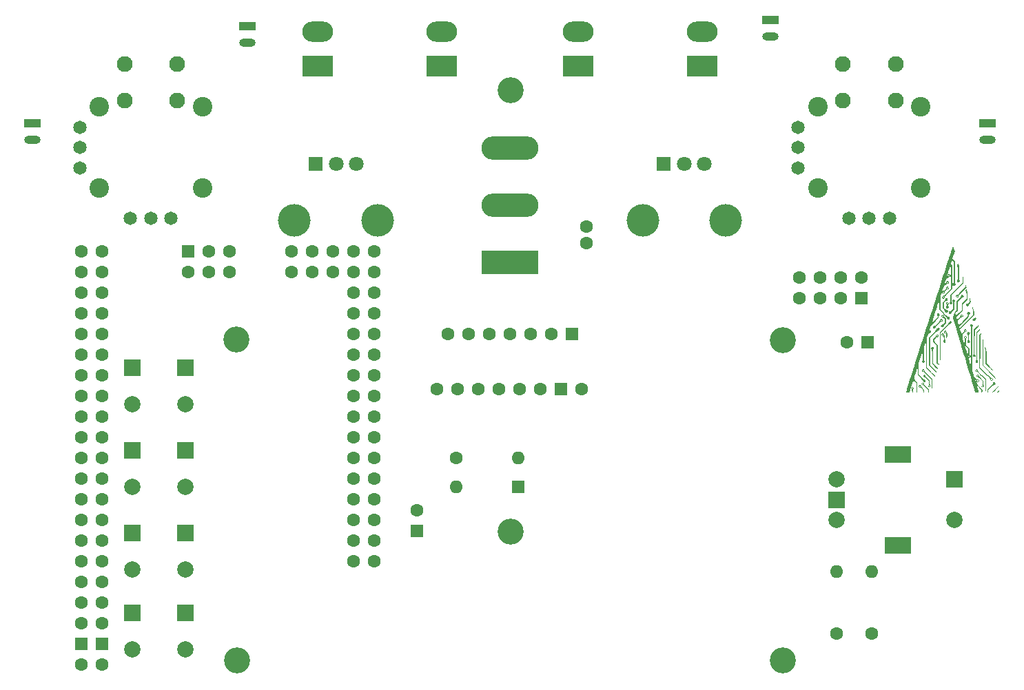
<source format=gbr>
%TF.GenerationSoftware,KiCad,Pcbnew,7.0.8*%
%TF.CreationDate,2025-02-10T02:43:01-05:00*%
%TF.ProjectId,RCTransmitterAecertRobotics,52435472-616e-4736-9d69-747465724165,V1.02*%
%TF.SameCoordinates,Original*%
%TF.FileFunction,Soldermask,Top*%
%TF.FilePolarity,Negative*%
%FSLAX46Y46*%
G04 Gerber Fmt 4.6, Leading zero omitted, Abs format (unit mm)*
G04 Created by KiCad (PCBNEW 7.0.8) date 2025-02-10 02:43:01*
%MOMM*%
%LPD*%
G01*
G04 APERTURE LIST*
G04 Aperture macros list*
%AMRoundRect*
0 Rectangle with rounded corners*
0 $1 Rounding radius*
0 $2 $3 $4 $5 $6 $7 $8 $9 X,Y pos of 4 corners*
0 Add a 4 corners polygon primitive as box body*
4,1,4,$2,$3,$4,$5,$6,$7,$8,$9,$2,$3,0*
0 Add four circle primitives for the rounded corners*
1,1,$1+$1,$2,$3*
1,1,$1+$1,$4,$5*
1,1,$1+$1,$6,$7*
1,1,$1+$1,$8,$9*
0 Add four rect primitives between the rounded corners*
20,1,$1+$1,$2,$3,$4,$5,0*
20,1,$1+$1,$4,$5,$6,$7,0*
20,1,$1+$1,$6,$7,$8,$9,0*
20,1,$1+$1,$8,$9,$2,$3,0*%
G04 Aperture macros list end*
%ADD10R,3.800000X2.500000*%
%ADD11RoundRect,1.250000X0.650000X0.000000X-0.650000X0.000000X-0.650000X0.000000X0.650000X0.000000X0*%
%ADD12C,2.000000*%
%ADD13R,2.000000X2.000000*%
%ADD14R,3.200000X2.000000*%
%ADD15C,3.200000*%
%ADD16C,1.600000*%
%ADD17O,1.600000X1.600000*%
%ADD18R,2.000000X1.000000*%
%ADD19O,2.000000X1.000000*%
%ADD20R,7.000000X2.900000*%
%ADD21O,7.000000X2.900000*%
%ADD22C,4.000000*%
%ADD23R,1.800000X1.800000*%
%ADD24C,1.800000*%
%ADD25R,1.600000X1.600000*%
%ADD26C,1.650000*%
%ADD27C,1.950000*%
%ADD28C,2.400000*%
G04 APERTURE END LIST*
%TO.C,G\u002A\u002A\u002A*%
G36*
X201104299Y-105988602D02*
G01*
X201104350Y-105993518D01*
X201079811Y-106060353D01*
X201019387Y-106131380D01*
X200942863Y-106188293D01*
X200870028Y-106212785D01*
X200867304Y-106212832D01*
X200828869Y-106210245D01*
X200820118Y-106196061D01*
X200845109Y-106160647D01*
X200907898Y-106094370D01*
X200924208Y-106077726D01*
X201011307Y-105993187D01*
X201066272Y-105952062D01*
X201095227Y-105951489D01*
X201104299Y-105988602D01*
G37*
G36*
X200948968Y-105502713D02*
G01*
X200945205Y-105536581D01*
X200914066Y-105588149D01*
X200851238Y-105663334D01*
X200752410Y-105768056D01*
X200630987Y-105890590D01*
X200490006Y-106027927D01*
X200383170Y-106124166D01*
X200305252Y-106183544D01*
X200251024Y-106210300D01*
X200233624Y-106212832D01*
X200212223Y-106207382D01*
X200212420Y-106187495D01*
X200238458Y-106147868D01*
X200294574Y-106083195D01*
X200385008Y-105988173D01*
X200514000Y-105857498D01*
X200532303Y-105839138D01*
X200654203Y-105719094D01*
X200762209Y-105616792D01*
X200849076Y-105538769D01*
X200907556Y-105491564D01*
X200929666Y-105480626D01*
X200948968Y-105502713D01*
G37*
G36*
X194524749Y-98642289D02*
G01*
X194586710Y-98703831D01*
X194623494Y-98779321D01*
X194626749Y-98805751D01*
X194641270Y-98878738D01*
X194668032Y-98920202D01*
X194695115Y-98975413D01*
X194707457Y-99073392D01*
X194705505Y-99198814D01*
X194689709Y-99336350D01*
X194660516Y-99470677D01*
X194650990Y-99502548D01*
X194593551Y-99682690D01*
X194583879Y-99337418D01*
X194574208Y-98992146D01*
X194484137Y-98982129D01*
X194375428Y-98947385D01*
X194307986Y-98876397D01*
X194291412Y-98804567D01*
X194387226Y-98804567D01*
X194408852Y-98841756D01*
X194462392Y-98877071D01*
X194506944Y-98857919D01*
X194523885Y-98816932D01*
X194509984Y-98767847D01*
X194463564Y-98743058D01*
X194410863Y-98754483D01*
X194402327Y-98761710D01*
X194387226Y-98804567D01*
X194291412Y-98804567D01*
X194288983Y-98794042D01*
X194313800Y-98714323D01*
X194374357Y-98648053D01*
X194449813Y-98617152D01*
X194457468Y-98616851D01*
X194524749Y-98642289D01*
G37*
G36*
X198223202Y-97026385D02*
G01*
X198249917Y-97101715D01*
X198220704Y-97163280D01*
X198207068Y-97175716D01*
X198173488Y-97231994D01*
X198162033Y-97297784D01*
X198135123Y-97388482D01*
X198095305Y-97429215D01*
X198017287Y-97469664D01*
X197951407Y-97462221D01*
X197877621Y-97404428D01*
X197875444Y-97402258D01*
X197825162Y-97339422D01*
X197804267Y-97291041D01*
X197927180Y-97291041D01*
X197931538Y-97307792D01*
X197972133Y-97349257D01*
X198027201Y-97349732D01*
X198058731Y-97322953D01*
X198057390Y-97277452D01*
X198037985Y-97248980D01*
X197986419Y-97226107D01*
X197941949Y-97244290D01*
X197927180Y-97291041D01*
X197804267Y-97291041D01*
X197801934Y-97285639D01*
X197801749Y-97282164D01*
X197826933Y-97217084D01*
X197887516Y-97156040D01*
X197961049Y-97119161D01*
X197987462Y-97115669D01*
X198055317Y-97095745D01*
X198124150Y-97048902D01*
X198176087Y-97006806D01*
X198206687Y-97006477D01*
X198223202Y-97026385D01*
G37*
G36*
X196983944Y-93151877D02*
G01*
X197051837Y-93346360D01*
X196571119Y-93827740D01*
X196401932Y-93999897D01*
X196266600Y-94143399D01*
X196167810Y-94255217D01*
X196108247Y-94332323D01*
X196090402Y-94369663D01*
X196066655Y-94462954D01*
X196006217Y-94529160D01*
X195925294Y-94561025D01*
X195840090Y-94551291D01*
X195779807Y-94508754D01*
X195740230Y-94439134D01*
X195730118Y-94388659D01*
X195731788Y-94383518D01*
X195850213Y-94383518D01*
X195871443Y-94433696D01*
X195910260Y-94443565D01*
X195960439Y-94422335D01*
X195970307Y-94383518D01*
X195949077Y-94333339D01*
X195910260Y-94323470D01*
X195860081Y-94344700D01*
X195850213Y-94383518D01*
X195731788Y-94383518D01*
X195756247Y-94308223D01*
X195820402Y-94239859D01*
X195901236Y-94204604D01*
X195918129Y-94203376D01*
X195960656Y-94186314D01*
X196032413Y-94133570D01*
X196136075Y-94042806D01*
X196274318Y-93911686D01*
X196442207Y-93745515D01*
X196898368Y-93287655D01*
X196907210Y-93122525D01*
X196916052Y-92957395D01*
X196983944Y-93151877D01*
G37*
G36*
X190454867Y-105526006D02*
G01*
X190525778Y-105567786D01*
X190573070Y-105634121D01*
X190581827Y-105714461D01*
X190570954Y-105748695D01*
X190535947Y-105803351D01*
X190506648Y-105822525D01*
X190490209Y-105850306D01*
X190479325Y-105924881D01*
X190475981Y-106017678D01*
X190474109Y-106123292D01*
X190465773Y-106182175D01*
X190446890Y-106207594D01*
X190415934Y-106212832D01*
X190383192Y-106206638D01*
X190365070Y-106179135D01*
X190357371Y-106116946D01*
X190355886Y-106021355D01*
X190349424Y-105893181D01*
X190329045Y-105816196D01*
X190310851Y-105792501D01*
X190275072Y-105729834D01*
X190270514Y-105675143D01*
X190339895Y-105675143D01*
X190342984Y-105712111D01*
X190384244Y-105753581D01*
X190443012Y-105758644D01*
X190490242Y-105726733D01*
X190496041Y-105715114D01*
X190491325Y-105658661D01*
X190465075Y-105618609D01*
X190422527Y-105585921D01*
X190386928Y-105599426D01*
X190369795Y-105615607D01*
X190339895Y-105675143D01*
X190270514Y-105675143D01*
X190268055Y-105645630D01*
X190291024Y-105571710D01*
X190301844Y-105558317D01*
X190375250Y-105519332D01*
X190454867Y-105526006D01*
G37*
G36*
X197494007Y-94742125D02*
G01*
X197545532Y-94915960D01*
X197562226Y-95051335D01*
X197543327Y-95159234D01*
X197488076Y-95250643D01*
X197456477Y-95284227D01*
X197390536Y-95362524D01*
X197354478Y-95434739D01*
X197351395Y-95455246D01*
X197326657Y-95535623D01*
X197266105Y-95605289D01*
X197190231Y-95642715D01*
X197171253Y-95644510D01*
X197105893Y-95624133D01*
X197051158Y-95584463D01*
X197000698Y-95499688D01*
X197000530Y-95464369D01*
X197111206Y-95464369D01*
X197132435Y-95514547D01*
X197171253Y-95524416D01*
X197221432Y-95503186D01*
X197231300Y-95464369D01*
X197210070Y-95414190D01*
X197171253Y-95404321D01*
X197121074Y-95425551D01*
X197111206Y-95464369D01*
X197000530Y-95464369D01*
X197000280Y-95411667D01*
X197043161Y-95336678D01*
X197122602Y-95290996D01*
X197175506Y-95284227D01*
X197248106Y-95262172D01*
X197323917Y-95207000D01*
X197329545Y-95201293D01*
X197367143Y-95157189D01*
X197391271Y-95109940D01*
X197405519Y-95044569D01*
X197413477Y-94946101D01*
X197417727Y-94833504D01*
X197426454Y-94548648D01*
X197494007Y-94742125D01*
G37*
G36*
X199041582Y-99571649D02*
G01*
X199051708Y-99593548D01*
X199062742Y-99622643D01*
X199075273Y-99660248D01*
X199085788Y-99702927D01*
X199094472Y-99756040D01*
X199101513Y-99824951D01*
X199107093Y-99915022D01*
X199111400Y-100031615D01*
X199114619Y-100180091D01*
X199116934Y-100365814D01*
X199118531Y-100594145D01*
X199119596Y-100870447D01*
X199120314Y-101200082D01*
X199120462Y-101292257D01*
X199122789Y-102811753D01*
X199830587Y-103544030D01*
X200048908Y-103771542D01*
X200226975Y-103961057D01*
X200367782Y-104116230D01*
X200474328Y-104240719D01*
X200549608Y-104338178D01*
X200596618Y-104412264D01*
X200618354Y-104466634D01*
X200617896Y-104504700D01*
X200595828Y-104490034D01*
X200536851Y-104436398D01*
X200445489Y-104348284D01*
X200326269Y-104230184D01*
X200183713Y-104086589D01*
X200022347Y-103921992D01*
X199846695Y-103740884D01*
X199806104Y-103698773D01*
X199003529Y-102865196D01*
X199005439Y-101168860D01*
X199005878Y-100807416D01*
X199006420Y-100501819D01*
X199007220Y-100247870D01*
X199008433Y-100041369D01*
X199010216Y-99878117D01*
X199012723Y-99753915D01*
X199016111Y-99664561D01*
X199020536Y-99605858D01*
X199026152Y-99573604D01*
X199033116Y-99563601D01*
X199041582Y-99571649D01*
G37*
G36*
X199375032Y-100604691D02*
G01*
X199385442Y-100656054D01*
X199379898Y-100703886D01*
X199373074Y-100782401D01*
X199393429Y-100820784D01*
X199404482Y-100826388D01*
X199435273Y-100846522D01*
X199459843Y-100884741D01*
X199478843Y-100947043D01*
X199492925Y-101039430D01*
X199502740Y-101167900D01*
X199508939Y-101338454D01*
X199512174Y-101557093D01*
X199513097Y-101826805D01*
X199513097Y-102625908D01*
X199887759Y-102999670D01*
X200039463Y-103153820D01*
X200151747Y-103275025D01*
X200230241Y-103370043D01*
X200280572Y-103445633D01*
X200306267Y-103502116D01*
X200331137Y-103578595D01*
X200343831Y-103624690D01*
X200344078Y-103630799D01*
X200322148Y-103610477D01*
X200264067Y-103553556D01*
X200175938Y-103466102D01*
X200063861Y-103354181D01*
X199933940Y-103223860D01*
X199868399Y-103157927D01*
X199398754Y-102685054D01*
X199386000Y-101807394D01*
X199381920Y-101550597D01*
X199377683Y-101347190D01*
X199372841Y-101190516D01*
X199366944Y-101073918D01*
X199359544Y-100990739D01*
X199350193Y-100934322D01*
X199338440Y-100898011D01*
X199323838Y-100875149D01*
X199323077Y-100874297D01*
X199277027Y-100786315D01*
X199289578Y-100687325D01*
X199303988Y-100656485D01*
X199345173Y-100603143D01*
X199375032Y-100604691D01*
G37*
G36*
X200529838Y-104975600D02*
G01*
X200596328Y-105034538D01*
X200623957Y-105110136D01*
X200623971Y-105111827D01*
X200598530Y-105180113D01*
X200537012Y-105242633D01*
X200461624Y-105279180D01*
X200436836Y-105282099D01*
X200382045Y-105305003D01*
X200291224Y-105373971D01*
X200163903Y-105489387D01*
X200061541Y-105589305D01*
X199753286Y-105896511D01*
X199753286Y-106054671D01*
X199750443Y-106147625D01*
X199738251Y-106195127D01*
X199711215Y-106211648D01*
X199693239Y-106212832D01*
X199660271Y-106206532D01*
X199642146Y-106178646D01*
X199634562Y-106115693D01*
X199633191Y-106024672D01*
X199633191Y-105836512D01*
X199963451Y-105507276D01*
X200099692Y-105368728D01*
X200195853Y-105263911D01*
X200256842Y-105186786D01*
X200287569Y-105131314D01*
X200288110Y-105128639D01*
X200376809Y-105128639D01*
X200412168Y-105172894D01*
X200469327Y-105185717D01*
X200471092Y-105185399D01*
X200510422Y-105152152D01*
X200518889Y-105116969D01*
X200495885Y-105066203D01*
X200445056Y-105044812D01*
X200393671Y-105061039D01*
X200381592Y-105075478D01*
X200376809Y-105128639D01*
X200288110Y-105128639D01*
X200293711Y-105100968D01*
X200315458Y-105010024D01*
X200380208Y-104960946D01*
X200445181Y-104951839D01*
X200529838Y-104975600D01*
G37*
G36*
X191403065Y-105308212D02*
G01*
X191467447Y-105371924D01*
X191496616Y-105451297D01*
X191496785Y-105457377D01*
X191511474Y-105517077D01*
X191559901Y-105591153D01*
X191648602Y-105689043D01*
X191676927Y-105717442D01*
X191764904Y-105806354D01*
X191818263Y-105869786D01*
X191845646Y-105923898D01*
X191855697Y-105984851D01*
X191857068Y-106054268D01*
X191852713Y-106151606D01*
X191837515Y-106200657D01*
X191812033Y-106212832D01*
X191781674Y-106194290D01*
X191768372Y-106131870D01*
X191766997Y-106084292D01*
X191762989Y-106015557D01*
X191744939Y-105959198D01*
X191703812Y-105899577D01*
X191630572Y-105821060D01*
X191593491Y-105784055D01*
X191484592Y-105684449D01*
X191402183Y-105628966D01*
X191340435Y-105612359D01*
X191249753Y-105588885D01*
X191186182Y-105528670D01*
X191166525Y-105460096D01*
X191171845Y-105444210D01*
X191260783Y-105444210D01*
X191268304Y-105509495D01*
X191304124Y-105547359D01*
X191349865Y-105541624D01*
X191384700Y-105500265D01*
X191391702Y-105462241D01*
X191372297Y-105397233D01*
X191339070Y-105377868D01*
X191287270Y-105391936D01*
X191260783Y-105444210D01*
X191171845Y-105444210D01*
X191188145Y-105395538D01*
X191239335Y-105330429D01*
X191299583Y-105287809D01*
X191324974Y-105282099D01*
X191403065Y-105308212D01*
G37*
G36*
X191815280Y-103386081D02*
G01*
X191877754Y-103447805D01*
X191914210Y-103523616D01*
X191917116Y-103548586D01*
X191933929Y-103590284D01*
X191985922Y-103661114D01*
X192075423Y-103763731D01*
X192204763Y-103900790D01*
X192376270Y-104074945D01*
X192397494Y-104096165D01*
X192877872Y-104575840D01*
X192876038Y-105011534D01*
X192873258Y-105207844D01*
X192865990Y-105357102D01*
X192853009Y-105472216D01*
X192833093Y-105566094D01*
X192819071Y-105612359D01*
X192763938Y-105777489D01*
X192760858Y-105206688D01*
X192757778Y-104635887D01*
X192284564Y-104163367D01*
X192118467Y-103999191D01*
X191988391Y-103874789D01*
X191889460Y-103785969D01*
X191816799Y-103728536D01*
X191765531Y-103698298D01*
X191735131Y-103690846D01*
X191644648Y-103668926D01*
X191595809Y-103603824D01*
X191587690Y-103545378D01*
X191680925Y-103545378D01*
X191702075Y-103596435D01*
X191711502Y-103603598D01*
X191762323Y-103607328D01*
X191805141Y-103571735D01*
X191820829Y-103516504D01*
X191816229Y-103495802D01*
X191775185Y-103458424D01*
X191744915Y-103456289D01*
X191697357Y-103489175D01*
X191680925Y-103545378D01*
X191587690Y-103545378D01*
X191586856Y-103539377D01*
X191610617Y-103454719D01*
X191669555Y-103388229D01*
X191745152Y-103360600D01*
X191746844Y-103360586D01*
X191815280Y-103386081D01*
G37*
G36*
X191763729Y-105036043D02*
G01*
X191817772Y-105093237D01*
X191849139Y-105160553D01*
X191847967Y-105202465D01*
X191862428Y-105239587D01*
X191916138Y-105310791D01*
X192003864Y-105409815D01*
X192120378Y-105530401D01*
X192129890Y-105539899D01*
X192427518Y-105836410D01*
X192427518Y-106024621D01*
X192424316Y-106131854D01*
X192412913Y-106190553D01*
X192390616Y-106211977D01*
X192382482Y-106212832D01*
X192354491Y-106197127D01*
X192340606Y-106142536D01*
X192337447Y-106058670D01*
X192336298Y-105994889D01*
X192328379Y-105943972D01*
X192306986Y-105895331D01*
X192265411Y-105838377D01*
X192196947Y-105762523D01*
X192094889Y-105657180D01*
X192061703Y-105623327D01*
X191938732Y-105500876D01*
X191847366Y-105417746D01*
X191779885Y-105367880D01*
X191728572Y-105345216D01*
X191703564Y-105342146D01*
X191605938Y-105316879D01*
X191544304Y-105247113D01*
X191533894Y-105195826D01*
X191603396Y-105195826D01*
X191637394Y-105238941D01*
X191688254Y-105246157D01*
X191741948Y-105215209D01*
X191751986Y-105177428D01*
X191729205Y-105126824D01*
X191678875Y-105104591D01*
X191628015Y-105119379D01*
X191615749Y-105133810D01*
X191603396Y-105195826D01*
X191533894Y-105195826D01*
X191526808Y-105160916D01*
X191552207Y-105075712D01*
X191623547Y-105024422D01*
X191704284Y-105011886D01*
X191763729Y-105036043D01*
G37*
G36*
X196603134Y-91966614D02*
G01*
X196636692Y-92106271D01*
X196655132Y-92272122D01*
X196660443Y-92462239D01*
X196660851Y-92777722D01*
X195940284Y-93497820D01*
X195219716Y-94217918D01*
X195219716Y-94617182D01*
X195220506Y-94781788D01*
X195223960Y-94898251D01*
X195231700Y-94978466D01*
X195245351Y-95034327D01*
X195266536Y-95077730D01*
X195286555Y-95106850D01*
X195328578Y-95170921D01*
X195335335Y-95217335D01*
X195310371Y-95274254D01*
X195308136Y-95278271D01*
X195243133Y-95343457D01*
X195155670Y-95370918D01*
X195068500Y-95356550D01*
X195028328Y-95328739D01*
X194985103Y-95247047D01*
X194986774Y-95217817D01*
X195092849Y-95217817D01*
X195121811Y-95263127D01*
X195167787Y-95276338D01*
X195171681Y-95275233D01*
X195205609Y-95239668D01*
X195214429Y-95214095D01*
X195201299Y-95165338D01*
X195157652Y-95141035D01*
X195110433Y-95152288D01*
X195098309Y-95166256D01*
X195092849Y-95217817D01*
X194986774Y-95217817D01*
X194990581Y-95151224D01*
X195023608Y-95087306D01*
X195042527Y-95046990D01*
X195055652Y-94978547D01*
X195063816Y-94873089D01*
X195067857Y-94721729D01*
X195068643Y-94608465D01*
X195069598Y-94187904D01*
X195805177Y-93452785D01*
X196540756Y-92717665D01*
X196543495Y-92252069D01*
X196546234Y-91786473D01*
X196603134Y-91966614D01*
G37*
G36*
X194803021Y-95128303D02*
G01*
X194862327Y-95189330D01*
X194885594Y-95269727D01*
X194865964Y-95352054D01*
X194829409Y-95396276D01*
X194783923Y-95448609D01*
X194769362Y-95486053D01*
X194789015Y-95534030D01*
X194829409Y-95584463D01*
X194874697Y-95654051D01*
X194889456Y-95714916D01*
X194864672Y-95799160D01*
X194802393Y-95856905D01*
X194720729Y-95882199D01*
X194637790Y-95869091D01*
X194575910Y-95817972D01*
X194533287Y-95722536D01*
X194537481Y-95699554D01*
X194649267Y-95699554D01*
X194666196Y-95767203D01*
X194704114Y-95789831D01*
X194743720Y-95765728D01*
X194763944Y-95709712D01*
X194757420Y-95658165D01*
X194711402Y-95644510D01*
X194659256Y-95665170D01*
X194649267Y-95699554D01*
X194537481Y-95699554D01*
X194548951Y-95636703D01*
X194589220Y-95584463D01*
X194633614Y-95526807D01*
X194649267Y-95484034D01*
X194628688Y-95435040D01*
X194589220Y-95389310D01*
X194539131Y-95311752D01*
X194538724Y-95265532D01*
X194656256Y-95265532D01*
X194669451Y-95318156D01*
X194706973Y-95344204D01*
X194709314Y-95344274D01*
X194746387Y-95320177D01*
X194759279Y-95297220D01*
X194760546Y-95241722D01*
X194730687Y-95205719D01*
X194687667Y-95206556D01*
X194675304Y-95216157D01*
X194656256Y-95265532D01*
X194538724Y-95265532D01*
X194538403Y-95229137D01*
X194580092Y-95157273D01*
X194657252Y-95111967D01*
X194714531Y-95104085D01*
X194803021Y-95128303D01*
G37*
G36*
X198524969Y-97959363D02*
G01*
X198535570Y-97984278D01*
X198539455Y-97999149D01*
X198544542Y-98038992D01*
X198533976Y-98079463D01*
X198501191Y-98130180D01*
X198439622Y-98200765D01*
X198342706Y-98300839D01*
X198313546Y-98330224D01*
X198066796Y-98578262D01*
X198050238Y-100046197D01*
X198033679Y-101514132D01*
X198097856Y-101571327D01*
X198150036Y-101647764D01*
X198156212Y-101729056D01*
X198125723Y-101802501D01*
X198067907Y-101855398D01*
X197992101Y-101875045D01*
X197907643Y-101848741D01*
X197898405Y-101842623D01*
X197847384Y-101776742D01*
X197835634Y-101711058D01*
X197921844Y-101711058D01*
X197944759Y-101755498D01*
X197995353Y-101770580D01*
X198046400Y-101751258D01*
X198058731Y-101736428D01*
X198056633Y-101691734D01*
X198033360Y-101657817D01*
X197977717Y-101629232D01*
X197935650Y-101653466D01*
X197921844Y-101711058D01*
X197835634Y-101711058D01*
X197832204Y-101691882D01*
X197855067Y-101613896D01*
X197876808Y-101589191D01*
X197887061Y-101574314D01*
X197895665Y-101544949D01*
X197902760Y-101496302D01*
X197908484Y-101423580D01*
X197912976Y-101321991D01*
X197916374Y-101186741D01*
X197918816Y-101013037D01*
X197920442Y-100796086D01*
X197921390Y-100531095D01*
X197921799Y-100213270D01*
X197921844Y-100031228D01*
X197921844Y-98510642D01*
X198220229Y-98213376D01*
X198338079Y-98096434D01*
X198420477Y-98017260D01*
X198474424Y-97971156D01*
X198506921Y-97953423D01*
X198524969Y-97959363D01*
G37*
G36*
X193675456Y-98290145D02*
G01*
X193698869Y-98311473D01*
X193744561Y-98396901D01*
X193739794Y-98480843D01*
X193692761Y-98548935D01*
X193611654Y-98586815D01*
X193541154Y-98587979D01*
X193508334Y-98606597D01*
X193440281Y-98662038D01*
X193343751Y-98748201D01*
X193225503Y-98858987D01*
X193092294Y-98988296D01*
X193038258Y-99041919D01*
X192577636Y-99501822D01*
X192577636Y-101163641D01*
X192577636Y-102825460D01*
X192982679Y-103250647D01*
X193138978Y-103417354D01*
X193254533Y-103547281D01*
X193332405Y-103644717D01*
X193375658Y-103713952D01*
X193387351Y-103759276D01*
X193370548Y-103784979D01*
X193365756Y-103787409D01*
X193339153Y-103769825D01*
X193277272Y-103714999D01*
X193186448Y-103628979D01*
X193073013Y-103517816D01*
X192943300Y-103387561D01*
X192885378Y-103328501D01*
X192427518Y-102859557D01*
X192427518Y-101165700D01*
X192427518Y-99471842D01*
X192920239Y-98979800D01*
X193079513Y-98818355D01*
X193210590Y-98680578D01*
X193309759Y-98570615D01*
X193373309Y-98492610D01*
X193397530Y-98450707D01*
X193397316Y-98446990D01*
X193399073Y-98423170D01*
X193514010Y-98423170D01*
X193518452Y-98449703D01*
X193559020Y-98490456D01*
X193614188Y-98490369D01*
X193645256Y-98463852D01*
X193646130Y-98418462D01*
X193612384Y-98376725D01*
X193565536Y-98357201D01*
X193534620Y-98368424D01*
X193514010Y-98423170D01*
X193399073Y-98423170D01*
X193401191Y-98394443D01*
X193430701Y-98331395D01*
X193501089Y-98271815D01*
X193590198Y-98257506D01*
X193675456Y-98290145D01*
G37*
G36*
X198360049Y-103378691D02*
G01*
X198401313Y-103404799D01*
X198447968Y-103475057D01*
X198462269Y-103538227D01*
X198471581Y-103574254D01*
X198502448Y-103625374D01*
X198559269Y-103696698D01*
X198646443Y-103793333D01*
X198768369Y-103920389D01*
X198929446Y-104082976D01*
X198942648Y-104096165D01*
X199423026Y-104575840D01*
X199423026Y-105394336D01*
X199422661Y-105640283D01*
X199421332Y-105832516D01*
X199418693Y-105977365D01*
X199414395Y-106081161D01*
X199408088Y-106150235D01*
X199399426Y-106190915D01*
X199388059Y-106209534D01*
X199377990Y-106212832D01*
X199364210Y-106206115D01*
X199353500Y-106181662D01*
X199345490Y-106133020D01*
X199339812Y-106053735D01*
X199336095Y-105937352D01*
X199333969Y-105777420D01*
X199333065Y-105567483D01*
X199332955Y-105426830D01*
X199332955Y-104640828D01*
X198861304Y-104165837D01*
X198698384Y-104003257D01*
X198571130Y-103880089D01*
X198474289Y-103791805D01*
X198402607Y-103733871D01*
X198350829Y-103701757D01*
X198313701Y-103690932D01*
X198310520Y-103690846D01*
X198218931Y-103667255D01*
X198158617Y-103606555D01*
X198142344Y-103527689D01*
X198229962Y-103527689D01*
X198252421Y-103586146D01*
X198287556Y-103623446D01*
X198315568Y-103620320D01*
X198356078Y-103582583D01*
X198386982Y-103534622D01*
X198369559Y-103492512D01*
X198317958Y-103456148D01*
X198292521Y-103450657D01*
X198245696Y-103474080D01*
X198229962Y-103527689D01*
X198142344Y-103527689D01*
X198141553Y-103523855D01*
X198149586Y-103487812D01*
X198201613Y-103409939D01*
X198278012Y-103371506D01*
X198360049Y-103378691D01*
G37*
G36*
X192974987Y-100626681D02*
G01*
X193000622Y-100645849D01*
X193050796Y-100718653D01*
X193044674Y-100799812D01*
X192997967Y-100876817D01*
X192980253Y-100902278D01*
X192966406Y-100933103D01*
X192955951Y-100976486D01*
X192948416Y-101039622D01*
X192943325Y-101129704D01*
X192940205Y-101253927D01*
X192938583Y-101419485D01*
X192937984Y-101633572D01*
X192937919Y-101788568D01*
X192937919Y-102623982D01*
X193239413Y-102926505D01*
X193368169Y-103058766D01*
X193455711Y-103156464D01*
X193506016Y-103224579D01*
X193523058Y-103268093D01*
X193521425Y-103279795D01*
X193495558Y-103322847D01*
X193482127Y-103330562D01*
X193455135Y-103310384D01*
X193393848Y-103254764D01*
X193306072Y-103171081D01*
X193199612Y-103066709D01*
X193140067Y-103007318D01*
X192817825Y-102684074D01*
X192817825Y-101820169D01*
X192817691Y-101569673D01*
X192816956Y-101372067D01*
X192815118Y-101220190D01*
X192811675Y-101106885D01*
X192806127Y-101024993D01*
X192797971Y-100967355D01*
X192786707Y-100926814D01*
X192771834Y-100896209D01*
X192752848Y-100868384D01*
X192750986Y-100865859D01*
X192708963Y-100801791D01*
X192702206Y-100755383D01*
X192707407Y-100743525D01*
X192817825Y-100743525D01*
X192835903Y-100808893D01*
X192877558Y-100839529D01*
X192923922Y-100828665D01*
X192949816Y-100790855D01*
X192954142Y-100725326D01*
X192908492Y-100691763D01*
X192876100Y-100688482D01*
X192826762Y-100710780D01*
X192817825Y-100743525D01*
X192707407Y-100743525D01*
X192727169Y-100698474D01*
X192729415Y-100694438D01*
X192797079Y-100625836D01*
X192885885Y-100602005D01*
X192974987Y-100626681D01*
G37*
G36*
X194235398Y-98977908D02*
G01*
X194295052Y-99041363D01*
X194319003Y-99132155D01*
X194319007Y-99133447D01*
X194335730Y-99206725D01*
X194364042Y-99247347D01*
X194388553Y-99286640D01*
X194402903Y-99361440D01*
X194408740Y-99482171D01*
X194409078Y-99532572D01*
X194412521Y-99670321D01*
X194423949Y-99758782D01*
X194445006Y-99808377D01*
X194454113Y-99817797D01*
X194493804Y-99885064D01*
X194494480Y-99970167D01*
X194458351Y-100047282D01*
X194432421Y-100071295D01*
X194340240Y-100113812D01*
X194261885Y-100099487D01*
X194218577Y-100063127D01*
X194177479Y-99984031D01*
X194175460Y-99938601D01*
X194258960Y-99938601D01*
X194279700Y-99994443D01*
X194328906Y-100007174D01*
X194376475Y-99980834D01*
X194403098Y-99938000D01*
X194381786Y-99896147D01*
X194328902Y-99866119D01*
X194279976Y-99883473D01*
X194258960Y-99938601D01*
X194175460Y-99938601D01*
X194173554Y-99895711D01*
X194207174Y-99824182D01*
X194215064Y-99816851D01*
X194238991Y-99782383D01*
X194251631Y-99720651D01*
X194254652Y-99619158D01*
X194252593Y-99535456D01*
X194243948Y-99292383D01*
X194157557Y-99290934D01*
X194063228Y-99262131D01*
X194014945Y-99220055D01*
X193967643Y-99145604D01*
X193967618Y-99129025D01*
X194078818Y-99129025D01*
X194101733Y-99173464D01*
X194152327Y-99188547D01*
X194203374Y-99169225D01*
X194215705Y-99154395D01*
X194214155Y-99110417D01*
X194178954Y-99066734D01*
X194132343Y-99045591D01*
X194111723Y-99050413D01*
X194084030Y-99094425D01*
X194078818Y-99129025D01*
X193967618Y-99129025D01*
X193967545Y-99081518D01*
X194005461Y-99013839D01*
X194074277Y-98957919D01*
X194156364Y-98948018D01*
X194235398Y-98977908D01*
G37*
G36*
X193523125Y-99092621D02*
G01*
X193590021Y-99153964D01*
X193626653Y-99228879D01*
X193628463Y-99247347D01*
X193602631Y-99323374D01*
X193539669Y-99389865D01*
X193461379Y-99425763D01*
X193441952Y-99427489D01*
X193383401Y-99448317D01*
X193303934Y-99502955D01*
X193246798Y-99553835D01*
X193173654Y-99630424D01*
X193135077Y-99691259D01*
X193120201Y-99759847D01*
X193118061Y-99832359D01*
X193119925Y-99903936D01*
X193130808Y-99959065D01*
X193158646Y-100011368D01*
X193211376Y-100074467D01*
X193296934Y-100161986D01*
X193328227Y-100193092D01*
X193538392Y-100401647D01*
X193538392Y-101481660D01*
X193538392Y-102561674D01*
X193614318Y-102640923D01*
X193665272Y-102708536D01*
X193671576Y-102767122D01*
X193665991Y-102785736D01*
X193649788Y-102820108D01*
X193628276Y-102825068D01*
X193589393Y-102795863D01*
X193522512Y-102729210D01*
X193403286Y-102607122D01*
X193392741Y-101516381D01*
X193382197Y-100425640D01*
X193175070Y-100220100D01*
X192967943Y-100014561D01*
X192967943Y-99817473D01*
X192969534Y-99713050D01*
X192980530Y-99643327D01*
X193010271Y-99586847D01*
X193068094Y-99522152D01*
X193118061Y-99472525D01*
X193207629Y-99373516D01*
X193258747Y-99292859D01*
X193268180Y-99255982D01*
X193273173Y-99239841D01*
X193393692Y-99239841D01*
X193399246Y-99292536D01*
X193445634Y-99307379D01*
X193448321Y-99307395D01*
X193496471Y-99293681D01*
X193503338Y-99242670D01*
X193502951Y-99239841D01*
X193478412Y-99187025D01*
X193448321Y-99172288D01*
X193409481Y-99197845D01*
X193393692Y-99239841D01*
X193273173Y-99239841D01*
X193292955Y-99175898D01*
X193353555Y-99106378D01*
X193429385Y-99068999D01*
X193448321Y-99067206D01*
X193523125Y-99092621D01*
G37*
G36*
X198704263Y-98488232D02*
G01*
X198672293Y-98575302D01*
X198585704Y-98686949D01*
X198537328Y-98736945D01*
X198372198Y-98900024D01*
X198372198Y-100562626D01*
X198372258Y-100920804D01*
X198372549Y-101223810D01*
X198373239Y-101476523D01*
X198374497Y-101683817D01*
X198376492Y-101850569D01*
X198379391Y-101981656D01*
X198383363Y-102081953D01*
X198388577Y-102156338D01*
X198395201Y-102209687D01*
X198403403Y-102246876D01*
X198413352Y-102272782D01*
X198425216Y-102292280D01*
X198432246Y-102301566D01*
X198479768Y-102371431D01*
X198484383Y-102422847D01*
X198444503Y-102479605D01*
X198418599Y-102506277D01*
X198338324Y-102566900D01*
X198267251Y-102571835D01*
X198193916Y-102521772D01*
X198192057Y-102519924D01*
X198147074Y-102454565D01*
X198132009Y-102399830D01*
X198134152Y-102392956D01*
X198229418Y-102392956D01*
X198244354Y-102435143D01*
X198251683Y-102444358D01*
X198305467Y-102479991D01*
X198349969Y-102459979D01*
X198367508Y-102416670D01*
X198361980Y-102350184D01*
X198324595Y-102320572D01*
X198271476Y-102338469D01*
X198261974Y-102347068D01*
X198229418Y-102392956D01*
X198134152Y-102392956D01*
X198152386Y-102334470D01*
X198192057Y-102279735D01*
X198204838Y-102265446D01*
X198215664Y-102247028D01*
X198224698Y-102219717D01*
X198232101Y-102178747D01*
X198238036Y-102119353D01*
X198242664Y-102036770D01*
X198246148Y-101926234D01*
X198248650Y-101782979D01*
X198250331Y-101602241D01*
X198251356Y-101379255D01*
X198251884Y-101109255D01*
X198252079Y-100787477D01*
X198252104Y-100515041D01*
X198252104Y-98810394D01*
X198456395Y-98607669D01*
X198545839Y-98522937D01*
X198620016Y-98460161D01*
X198668769Y-98427539D01*
X198681572Y-98425830D01*
X198704263Y-98488232D01*
G37*
G36*
X198854306Y-98973554D02*
G01*
X198867402Y-99006569D01*
X198864989Y-99083430D01*
X198829220Y-99137313D01*
X198817396Y-99152113D01*
X198807203Y-99171526D01*
X198798472Y-99199992D01*
X198791037Y-99241950D01*
X198784728Y-99301843D01*
X198779379Y-99384109D01*
X198774822Y-99493190D01*
X198770889Y-99633525D01*
X198767412Y-99809555D01*
X198764224Y-100025719D01*
X198761156Y-100286460D01*
X198758042Y-100596216D01*
X198754713Y-100959428D01*
X198752974Y-101155745D01*
X198735778Y-103109179D01*
X199402401Y-103775308D01*
X199574659Y-103945754D01*
X199732369Y-104098548D01*
X199870416Y-104228966D01*
X199983688Y-104332283D01*
X200067072Y-104403774D01*
X200115454Y-104438716D01*
X200123294Y-104441437D01*
X200222382Y-104463626D01*
X200279746Y-104528373D01*
X200293711Y-104606567D01*
X200269827Y-104697761D01*
X200209432Y-104755848D01*
X200129413Y-104774195D01*
X200046655Y-104746169D01*
X200013140Y-104716792D01*
X199973333Y-104643388D01*
X199966894Y-104607909D01*
X200057836Y-104607909D01*
X200082252Y-104657753D01*
X200138646Y-104681541D01*
X200142651Y-104681626D01*
X200193336Y-104661009D01*
X200203640Y-104620637D01*
X200182090Y-104562758D01*
X200133117Y-104536151D01*
X200080238Y-104552959D01*
X200077541Y-104555527D01*
X200057836Y-104607909D01*
X199966894Y-104607909D01*
X199963451Y-104588941D01*
X199952443Y-104556244D01*
X199917222Y-104503705D01*
X199854499Y-104427679D01*
X199760982Y-104324523D01*
X199633379Y-104190593D01*
X199468400Y-104022243D01*
X199287919Y-103840964D01*
X198612388Y-103165933D01*
X198612388Y-101167698D01*
X198612388Y-99169463D01*
X198729461Y-99055144D01*
X198796945Y-98991157D01*
X198834444Y-98965410D01*
X198854306Y-98973554D01*
G37*
G36*
X191914883Y-104005196D02*
G01*
X191958691Y-104031090D01*
X192024057Y-104101988D01*
X192037210Y-104165073D01*
X192047853Y-104213354D01*
X192083895Y-104274160D01*
X192151505Y-104355624D01*
X192256852Y-104465878D01*
X192292411Y-104501484D01*
X192547612Y-104755360D01*
X192547612Y-104991476D01*
X192550797Y-105122442D01*
X192562495Y-105210315D01*
X192585918Y-105271813D01*
X192607659Y-105303930D01*
X192650239Y-105374036D01*
X192667707Y-105434122D01*
X192641087Y-105509537D01*
X192574784Y-105564815D01*
X192502577Y-105582336D01*
X192425792Y-105562804D01*
X192384627Y-105535156D01*
X192341577Y-105457514D01*
X192348984Y-105414186D01*
X192431705Y-105414186D01*
X192439226Y-105479472D01*
X192475046Y-105517335D01*
X192520787Y-105511600D01*
X192555622Y-105470242D01*
X192562624Y-105432217D01*
X192543219Y-105367209D01*
X192509992Y-105347845D01*
X192458192Y-105361912D01*
X192431705Y-105414186D01*
X192348984Y-105414186D01*
X192356856Y-105368139D01*
X192397494Y-105303930D01*
X192434363Y-105238527D01*
X192452934Y-105150206D01*
X192457541Y-105035808D01*
X192457541Y-104844024D01*
X192195612Y-104582684D01*
X192073920Y-104464620D01*
X191983658Y-104385891D01*
X191916900Y-104340476D01*
X191865719Y-104322358D01*
X191851397Y-104321343D01*
X191771577Y-104297976D01*
X191723895Y-104239310D01*
X191712371Y-104169276D01*
X191799655Y-104169276D01*
X191814443Y-104220136D01*
X191828874Y-104232402D01*
X191890889Y-104244755D01*
X191934005Y-104210757D01*
X191941221Y-104159897D01*
X191910273Y-104106203D01*
X191872491Y-104096165D01*
X191821888Y-104118946D01*
X191799655Y-104169276D01*
X191712371Y-104169276D01*
X191711254Y-104162491D01*
X191736555Y-104084669D01*
X191801067Y-104023896D01*
X191863780Y-103996545D01*
X191914883Y-104005196D01*
G37*
G36*
X194031550Y-97200759D02*
G01*
X194100021Y-97261681D01*
X194137078Y-97337173D01*
X194138865Y-97355858D01*
X194112248Y-97434352D01*
X194045680Y-97499702D01*
X193959088Y-97534245D01*
X193935669Y-97536000D01*
X193877406Y-97557831D01*
X193791534Y-97616791D01*
X193687870Y-97703078D01*
X193576232Y-97806889D01*
X193466435Y-97918424D01*
X193368298Y-98027881D01*
X193291638Y-98125458D01*
X193246271Y-98201353D01*
X193238156Y-98232418D01*
X193213650Y-98326487D01*
X193149796Y-98386573D01*
X193061091Y-98405271D01*
X192962031Y-98375178D01*
X192960437Y-98374257D01*
X192915940Y-98317817D01*
X192906412Y-98241615D01*
X193002718Y-98241615D01*
X193023012Y-98290883D01*
X193070208Y-98312078D01*
X193080096Y-98310983D01*
X193130203Y-98276361D01*
X193142453Y-98248626D01*
X193128718Y-98198083D01*
X193082404Y-98172270D01*
X193029753Y-98183845D01*
X193021986Y-98190515D01*
X193002718Y-98241615D01*
X192906412Y-98241615D01*
X192905744Y-98236275D01*
X192928141Y-98152580D01*
X192981423Y-98089681D01*
X192981635Y-98089541D01*
X193045317Y-98061344D01*
X193089951Y-98062596D01*
X193124036Y-98050296D01*
X193193342Y-97998249D01*
X193292512Y-97910968D01*
X193416188Y-97792968D01*
X193451555Y-97757954D01*
X193586130Y-97621155D01*
X193680946Y-97517891D01*
X193741132Y-97441817D01*
X193771820Y-97386586D01*
X193775923Y-97366520D01*
X193878436Y-97366520D01*
X193909907Y-97405766D01*
X193960495Y-97415905D01*
X194009767Y-97393543D01*
X194018771Y-97359070D01*
X193997502Y-97302126D01*
X193949369Y-97283255D01*
X193898286Y-97311292D01*
X193878436Y-97366520D01*
X193775923Y-97366520D01*
X193778581Y-97353517D01*
X193804962Y-97263988D01*
X193871912Y-97198593D01*
X193953581Y-97175716D01*
X194031550Y-97200759D01*
G37*
G36*
X195128438Y-97430406D02*
G01*
X195169450Y-97454753D01*
X195215889Y-97489860D01*
X195231684Y-97526904D01*
X195221796Y-97588122D01*
X195209245Y-97633109D01*
X195176842Y-97718765D01*
X195136497Y-97760110D01*
X195098427Y-97770816D01*
X195049158Y-97796974D01*
X194960340Y-97867524D01*
X194832419Y-97982068D01*
X194665838Y-98140206D01*
X194461619Y-98340969D01*
X193898676Y-98901483D01*
X193898676Y-100459525D01*
X193898347Y-100831207D01*
X193897205Y-101147564D01*
X193895018Y-101413319D01*
X193891551Y-101633190D01*
X193886573Y-101811899D01*
X193879851Y-101954167D01*
X193871151Y-102064713D01*
X193860240Y-102148258D01*
X193846887Y-102209524D01*
X193830857Y-102253229D01*
X193811918Y-102284096D01*
X193808446Y-102288343D01*
X193803684Y-102264547D01*
X193798378Y-102186806D01*
X193792729Y-102061215D01*
X193786937Y-101893873D01*
X193781203Y-101690877D01*
X193775726Y-101458323D01*
X193770707Y-101202309D01*
X193768512Y-101072386D01*
X193764047Y-100781334D01*
X193759930Y-100488736D01*
X193756276Y-100204641D01*
X193753202Y-99939098D01*
X193750822Y-99702157D01*
X193749252Y-99503866D01*
X193748607Y-99354276D01*
X193748597Y-99339129D01*
X193748558Y-98845450D01*
X194331894Y-98258278D01*
X194514178Y-98073582D01*
X194657130Y-97925684D01*
X194764844Y-97809915D01*
X194841415Y-97721604D01*
X194890938Y-97656081D01*
X194917508Y-97608675D01*
X194918900Y-97603621D01*
X195017723Y-97603621D01*
X195039348Y-97640810D01*
X195092888Y-97676125D01*
X195137440Y-97656973D01*
X195154382Y-97615986D01*
X195140481Y-97566902D01*
X195094060Y-97542112D01*
X195041359Y-97553538D01*
X195032824Y-97560764D01*
X195017723Y-97603621D01*
X194918900Y-97603621D01*
X194924861Y-97581982D01*
X194961973Y-97490740D01*
X195013597Y-97448662D01*
X195076945Y-97421188D01*
X195128438Y-97430406D01*
G37*
G36*
X197377107Y-98786559D02*
G01*
X197442804Y-98838801D01*
X197470903Y-98914160D01*
X197454204Y-98997217D01*
X197411442Y-99052194D01*
X197384051Y-99083745D01*
X197366423Y-99127183D01*
X197356489Y-99195173D01*
X197352181Y-99300379D01*
X197351395Y-99419901D01*
X197352980Y-99566978D01*
X197359132Y-99667647D01*
X197371944Y-99735496D01*
X197393510Y-99784114D01*
X197411442Y-99809604D01*
X197454087Y-99880489D01*
X197471489Y-99941940D01*
X197446448Y-100020040D01*
X197384312Y-100080563D01*
X197304565Y-100111956D01*
X197226692Y-100102665D01*
X197213277Y-100095055D01*
X197174878Y-100053122D01*
X197142740Y-100001843D01*
X197123791Y-99948981D01*
X197230288Y-99948981D01*
X197249694Y-99995154D01*
X197268830Y-100006848D01*
X197318373Y-100001546D01*
X197360267Y-99965779D01*
X197372414Y-99920920D01*
X197368187Y-99910749D01*
X197324175Y-99883056D01*
X197289575Y-99877844D01*
X197245109Y-99900378D01*
X197230288Y-99948981D01*
X197123791Y-99948981D01*
X197122397Y-99945092D01*
X197136513Y-99892875D01*
X197168269Y-99845435D01*
X197197177Y-99798827D01*
X197215749Y-99743872D01*
X197226163Y-99666659D01*
X197230594Y-99553281D01*
X197231300Y-99442501D01*
X197229936Y-99295895D01*
X197224300Y-99195152D01*
X197212073Y-99126117D01*
X197190936Y-99074637D01*
X197164461Y-99034416D01*
X197122438Y-98970346D01*
X197117719Y-98937923D01*
X197236504Y-98937923D01*
X197242709Y-98963561D01*
X197280323Y-99001220D01*
X197330042Y-99001173D01*
X197359482Y-98969629D01*
X197361488Y-98905124D01*
X197328361Y-98862559D01*
X197304919Y-98857040D01*
X197252403Y-98880941D01*
X197236504Y-98937923D01*
X197117719Y-98937923D01*
X197115682Y-98923932D01*
X197140645Y-98867013D01*
X197142880Y-98862996D01*
X197209866Y-98793188D01*
X197281012Y-98772854D01*
X197377107Y-98786559D01*
G37*
G36*
X194215368Y-96691305D02*
G01*
X194281676Y-96754923D01*
X194317298Y-96834639D01*
X194319007Y-96854578D01*
X194340859Y-96919163D01*
X194397475Y-96997772D01*
X194424090Y-97025598D01*
X194529172Y-97127448D01*
X194529172Y-97415544D01*
X194529172Y-97703639D01*
X194394066Y-97836236D01*
X194311964Y-97928620D01*
X194265859Y-98006367D01*
X194258960Y-98037641D01*
X194234194Y-98117800D01*
X194173607Y-98187359D01*
X194097765Y-98224749D01*
X194078818Y-98226544D01*
X194013458Y-98206167D01*
X193958723Y-98166496D01*
X193913741Y-98101137D01*
X193898676Y-98046402D01*
X194018771Y-98046402D01*
X194040000Y-98096580D01*
X194078818Y-98106449D01*
X194128997Y-98085219D01*
X194138865Y-98046402D01*
X194117635Y-97996223D01*
X194078818Y-97986354D01*
X194028639Y-98007584D01*
X194018771Y-98046402D01*
X193898676Y-98046402D01*
X193924655Y-97969933D01*
X193988226Y-97903611D01*
X194067837Y-97867970D01*
X194087736Y-97866260D01*
X194152202Y-97844025D01*
X194233257Y-97785276D01*
X194267878Y-97752405D01*
X194325072Y-97690724D01*
X194358271Y-97638711D01*
X194373991Y-97576665D01*
X194378749Y-97484884D01*
X194379054Y-97416282D01*
X194376839Y-97297487D01*
X194366955Y-97220227D01*
X194344549Y-97166058D01*
X194304763Y-97116534D01*
X194298378Y-97109806D01*
X194228048Y-97054406D01*
X194158753Y-97026423D01*
X194148260Y-97025598D01*
X194067720Y-97000881D01*
X193997973Y-96940356D01*
X193960520Y-96864458D01*
X193958723Y-96845456D01*
X194078818Y-96845456D01*
X194102486Y-96891425D01*
X194154639Y-96908509D01*
X194206852Y-96887556D01*
X194215893Y-96845753D01*
X194186196Y-96803847D01*
X194135653Y-96785409D01*
X194087819Y-96808150D01*
X194078818Y-96845456D01*
X193958723Y-96845456D01*
X193979100Y-96780097D01*
X194018771Y-96725362D01*
X194084130Y-96680379D01*
X194138865Y-96665314D01*
X194215368Y-96691305D01*
G37*
G36*
X194656635Y-94606593D02*
G01*
X194722624Y-94660411D01*
X194758173Y-94728135D01*
X194769362Y-94775272D01*
X194744493Y-94837951D01*
X194684872Y-94899810D01*
X194612972Y-94941846D01*
X194564041Y-94948859D01*
X194498233Y-94965023D01*
X194413470Y-95026010D01*
X194395893Y-95042421D01*
X194288983Y-95145888D01*
X194288983Y-95478429D01*
X194289615Y-95624348D01*
X194293453Y-95724259D01*
X194303411Y-95792203D01*
X194322404Y-95842221D01*
X194353345Y-95888350D01*
X194381240Y-95922894D01*
X194458336Y-96000226D01*
X194530361Y-96032295D01*
X194561382Y-96034818D01*
X194652637Y-96058009D01*
X194727703Y-96116429D01*
X194767270Y-96193353D01*
X194769362Y-96214960D01*
X194743304Y-96291666D01*
X194679399Y-96357891D01*
X194599049Y-96393397D01*
X194578861Y-96395101D01*
X194503370Y-96373466D01*
X194458767Y-96340196D01*
X194418930Y-96266296D01*
X194416076Y-96250378D01*
X194518399Y-96250378D01*
X194568762Y-96273700D01*
X194594224Y-96275007D01*
X194640633Y-96251533D01*
X194649267Y-96214960D01*
X194627276Y-96168631D01*
X194579357Y-96154251D01*
X194532595Y-96175565D01*
X194519441Y-96197013D01*
X194518399Y-96250378D01*
X194416076Y-96250378D01*
X194409078Y-96211341D01*
X194382995Y-96136127D01*
X194307087Y-96038689D01*
X194273971Y-96004794D01*
X194138865Y-95872197D01*
X194138865Y-95494392D01*
X194138865Y-95116587D01*
X194273971Y-94983990D01*
X194365531Y-94880212D01*
X194406236Y-94797218D01*
X194409078Y-94772227D01*
X194410261Y-94767909D01*
X194515353Y-94767909D01*
X194519157Y-94791032D01*
X194557743Y-94829420D01*
X194608254Y-94824028D01*
X194639184Y-94786819D01*
X194637911Y-94728361D01*
X194624502Y-94707027D01*
X194579861Y-94694443D01*
X194536153Y-94720577D01*
X194515353Y-94767909D01*
X194410261Y-94767909D01*
X194433132Y-94684398D01*
X194493852Y-94623435D01*
X194574075Y-94595460D01*
X194656635Y-94606593D01*
G37*
G36*
X195538521Y-94797260D02*
G01*
X195602544Y-94856368D01*
X195637360Y-94934352D01*
X195635038Y-95014416D01*
X195595012Y-95074061D01*
X195576633Y-95100594D01*
X195563798Y-95150595D01*
X195555650Y-95233042D01*
X195551330Y-95356912D01*
X195549981Y-95531179D01*
X195549976Y-95545703D01*
X195549976Y-95979968D01*
X195375241Y-96165017D01*
X195287674Y-96265655D01*
X195225430Y-96353074D01*
X195197446Y-96414506D01*
X195196784Y-96420018D01*
X195178991Y-96494590D01*
X195157678Y-96532607D01*
X195096163Y-96566229D01*
X195008361Y-96571754D01*
X194921638Y-96548044D01*
X194911974Y-96542815D01*
X194873844Y-96490607D01*
X194859725Y-96410173D01*
X194954255Y-96410173D01*
X194974548Y-96459441D01*
X195021745Y-96480636D01*
X195031633Y-96479541D01*
X195081740Y-96444919D01*
X195093990Y-96417184D01*
X195080255Y-96366641D01*
X195033941Y-96340828D01*
X194981289Y-96352403D01*
X194973522Y-96359073D01*
X194954255Y-96410173D01*
X194859725Y-96410173D01*
X194859713Y-96410106D01*
X194870594Y-96328493D01*
X194902069Y-96276998D01*
X194965855Y-96246935D01*
X195014658Y-96238375D01*
X195073378Y-96215655D01*
X195156776Y-96158155D01*
X195242234Y-96083462D01*
X195399858Y-95931786D01*
X195399858Y-95532947D01*
X195399039Y-95368593D01*
X195395623Y-95253262D01*
X195388167Y-95175944D01*
X195375232Y-95125626D01*
X195355376Y-95091296D01*
X195339811Y-95074061D01*
X195294828Y-95008702D01*
X195279763Y-94953967D01*
X195399858Y-94953967D01*
X195413572Y-95002116D01*
X195464582Y-95008983D01*
X195467411Y-95008596D01*
X195520227Y-94984057D01*
X195534964Y-94953967D01*
X195509407Y-94915126D01*
X195467411Y-94899337D01*
X195414717Y-94904891D01*
X195399874Y-94951280D01*
X195399858Y-94953967D01*
X195279763Y-94953967D01*
X195303942Y-94881817D01*
X195361982Y-94815154D01*
X195432139Y-94776560D01*
X195453225Y-94773825D01*
X195538521Y-94797260D01*
G37*
G36*
X198493027Y-104007352D02*
G01*
X198560792Y-104057752D01*
X198583242Y-104098474D01*
X198599072Y-104167791D01*
X198596119Y-104208707D01*
X198610745Y-104243088D01*
X198661179Y-104309688D01*
X198739757Y-104399304D01*
X198838814Y-104502734D01*
X198852163Y-104516084D01*
X199122789Y-104785457D01*
X199122789Y-105033778D01*
X199125600Y-105147382D01*
X199133085Y-105233674D01*
X199143827Y-105278683D01*
X199147994Y-105282099D01*
X199186881Y-105307940D01*
X199211452Y-105369915D01*
X199215795Y-105444703D01*
X199202071Y-105495480D01*
X199149841Y-105548855D01*
X199073376Y-105576894D01*
X198997280Y-105574587D01*
X198952257Y-105546339D01*
X198906119Y-105457370D01*
X198914713Y-105390987D01*
X198990377Y-105390987D01*
X198991721Y-105448581D01*
X199023034Y-105502104D01*
X199062742Y-105522288D01*
X199099091Y-105501997D01*
X199119631Y-105481058D01*
X199140005Y-105421011D01*
X199117812Y-105366317D01*
X199063363Y-105342149D01*
X199062742Y-105342146D01*
X199007430Y-105366130D01*
X198990377Y-105390987D01*
X198914713Y-105390987D01*
X198916746Y-105375279D01*
X198944325Y-105331821D01*
X198977192Y-105275002D01*
X198995397Y-105198229D01*
X199002314Y-105084430D01*
X199002695Y-105036512D01*
X199002695Y-104815407D01*
X198754373Y-104568375D01*
X198634472Y-104452920D01*
X198545564Y-104377242D01*
X198479718Y-104335395D01*
X198429002Y-104321435D01*
X198424805Y-104321343D01*
X198339418Y-104295651D01*
X198283790Y-104230390D01*
X198273139Y-104164570D01*
X198349659Y-104164570D01*
X198364730Y-104206959D01*
X198370948Y-104214753D01*
X198412815Y-104253217D01*
X198432246Y-104261295D01*
X198467926Y-104240879D01*
X198493544Y-104214753D01*
X198515534Y-104170540D01*
X198490322Y-104126596D01*
X198482208Y-104118248D01*
X198439999Y-104084588D01*
X198405291Y-104096551D01*
X198382283Y-104118248D01*
X198349659Y-104164570D01*
X198273139Y-104164570D01*
X198269694Y-104143281D01*
X198279610Y-104102787D01*
X198333266Y-104030141D01*
X198410795Y-103998239D01*
X198493027Y-104007352D01*
G37*
G36*
X196071795Y-90429875D02*
G01*
X196113158Y-90470938D01*
X196147405Y-90545609D01*
X196167898Y-90630273D01*
X196167998Y-90701317D01*
X196155490Y-90727602D01*
X196143661Y-90761105D01*
X196134439Y-90837664D01*
X196127669Y-90960905D01*
X196123196Y-91134455D01*
X196120866Y-91361939D01*
X196120425Y-91548612D01*
X196120887Y-91792050D01*
X196122518Y-91982157D01*
X196125684Y-92125646D01*
X196130753Y-92229227D01*
X196138091Y-92299614D01*
X196148067Y-92343516D01*
X196161047Y-92367647D01*
X196165461Y-92371934D01*
X196203285Y-92437633D01*
X196205517Y-92523679D01*
X196173230Y-92602862D01*
X196155591Y-92622481D01*
X196067340Y-92667376D01*
X195974003Y-92656170D01*
X195910260Y-92612123D01*
X195865277Y-92546763D01*
X195850213Y-92492028D01*
X195970307Y-92492028D01*
X195991537Y-92542207D01*
X196030354Y-92552075D01*
X196080533Y-92530846D01*
X196090402Y-92492028D01*
X196069172Y-92441849D01*
X196030354Y-92431981D01*
X195980176Y-92453211D01*
X195970307Y-92492028D01*
X195850213Y-92492028D01*
X195870590Y-92426669D01*
X195910260Y-92371934D01*
X195928810Y-92350429D01*
X195943095Y-92322652D01*
X195953670Y-92281105D01*
X195961090Y-92218293D01*
X195965908Y-92126718D01*
X195968680Y-91998885D01*
X195969960Y-91827298D01*
X195970302Y-91604459D01*
X195970307Y-91560080D01*
X195970089Y-91327633D01*
X195969041Y-91147470D01*
X195966572Y-91011829D01*
X195962088Y-90912949D01*
X195954999Y-90843065D01*
X195944712Y-90794416D01*
X195930636Y-90759241D01*
X195912180Y-90729775D01*
X195906399Y-90721832D01*
X195860737Y-90632110D01*
X195861348Y-90600539D01*
X195970307Y-90600539D01*
X195991537Y-90650718D01*
X196030354Y-90660586D01*
X196080533Y-90639356D01*
X196090402Y-90600539D01*
X196069172Y-90550360D01*
X196030354Y-90540492D01*
X195980176Y-90561721D01*
X195970307Y-90600539D01*
X195861348Y-90600539D01*
X195862192Y-90556897D01*
X195904330Y-90485414D01*
X195975851Y-90436676D01*
X196053219Y-90424948D01*
X196071795Y-90429875D01*
G37*
G36*
X197098567Y-93526780D02*
G01*
X197113208Y-93545230D01*
X197118045Y-93596544D01*
X197095634Y-93621225D01*
X197055403Y-93675732D01*
X197062525Y-93728254D01*
X197114025Y-93758215D01*
X197115462Y-93758439D01*
X197138855Y-93763924D01*
X197155632Y-93778028D01*
X197166759Y-93809314D01*
X197173201Y-93866348D01*
X197175923Y-93957695D01*
X197175891Y-94091920D01*
X197174069Y-94277587D01*
X197174060Y-94278435D01*
X197168353Y-94788837D01*
X196884578Y-95074598D01*
X196600804Y-95360360D01*
X196600804Y-95749728D01*
X196600804Y-96139096D01*
X196205896Y-96534817D01*
X195810989Y-96930539D01*
X195850389Y-97075646D01*
X195875117Y-97161681D01*
X195894542Y-97220376D01*
X195900846Y-97234082D01*
X195925407Y-97220369D01*
X195982047Y-97172500D01*
X196060790Y-97099183D01*
X196106235Y-97054808D01*
X196209101Y-96947094D01*
X196270839Y-96866796D01*
X196297942Y-96804753D01*
X196300184Y-96784018D01*
X196405264Y-96784018D01*
X196410931Y-96803356D01*
X196448697Y-96841424D01*
X196499442Y-96842164D01*
X196536081Y-96809321D01*
X196540756Y-96785409D01*
X196519239Y-96734781D01*
X196485713Y-96725362D01*
X196419623Y-96739838D01*
X196405264Y-96784018D01*
X196300184Y-96784018D01*
X196300567Y-96780473D01*
X196327301Y-96697734D01*
X196394348Y-96633196D01*
X196481971Y-96605365D01*
X196487389Y-96605267D01*
X196556864Y-96630377D01*
X196621055Y-96690652D01*
X196658218Y-96763511D01*
X196660851Y-96785409D01*
X196634909Y-96861765D01*
X196571494Y-96928131D01*
X196492224Y-96963837D01*
X196472452Y-96965551D01*
X196424591Y-96986119D01*
X196349402Y-97040417D01*
X196258595Y-97117333D01*
X196163883Y-97205754D01*
X196076976Y-97294571D01*
X196009587Y-97372670D01*
X195973427Y-97428940D01*
X195970307Y-97441974D01*
X195978370Y-97486957D01*
X195999126Y-97569182D01*
X196027431Y-97670957D01*
X196058139Y-97774587D01*
X196086103Y-97862381D01*
X196106178Y-97916645D01*
X196110763Y-97924905D01*
X196134245Y-97908264D01*
X196194311Y-97854392D01*
X196285276Y-97768709D01*
X196401459Y-97656637D01*
X196537176Y-97523596D01*
X196676962Y-97384783D01*
X196856072Y-97205079D01*
X196995821Y-97061543D01*
X197099729Y-96948311D01*
X197171317Y-96859516D01*
X197214105Y-96789293D01*
X197231612Y-96731777D01*
X197227360Y-96681102D01*
X197204869Y-96631402D01*
X197167658Y-96576812D01*
X197164461Y-96572478D01*
X197122438Y-96508407D01*
X197117719Y-96475985D01*
X197236504Y-96475985D01*
X197242709Y-96501622D01*
X197280323Y-96539281D01*
X197330042Y-96539235D01*
X197359482Y-96507690D01*
X197361488Y-96443186D01*
X197328361Y-96400621D01*
X197304919Y-96395101D01*
X197252403Y-96419003D01*
X197236504Y-96475985D01*
X197117719Y-96475985D01*
X197115682Y-96461993D01*
X197140645Y-96405074D01*
X197142880Y-96401058D01*
X197207661Y-96333096D01*
X197289603Y-96307933D01*
X197371909Y-96321913D01*
X197437782Y-96371379D01*
X197470426Y-96452673D01*
X197471489Y-96472599D01*
X197449376Y-96548176D01*
X197411442Y-96597221D01*
X197364146Y-96670343D01*
X197351395Y-96769295D01*
X197349897Y-96806057D01*
X197342321Y-96841270D01*
X197324044Y-96880494D01*
X197290443Y-96929285D01*
X197236895Y-96993202D01*
X197158778Y-97077803D01*
X197051468Y-97188645D01*
X196910342Y-97331286D01*
X196751344Y-97490696D01*
X196151293Y-98091437D01*
X196186464Y-98205760D01*
X196221636Y-98320083D01*
X197041716Y-97500409D01*
X197861797Y-96680736D01*
X197861797Y-96356561D01*
X197860381Y-96207469D01*
X197854726Y-96104682D01*
X197842718Y-96034497D01*
X197822245Y-95983207D01*
X197798638Y-95946960D01*
X197763845Y-95875829D01*
X197754021Y-95803636D01*
X197769127Y-95750297D01*
X197799040Y-95734581D01*
X197817231Y-95761345D01*
X197847255Y-95833343D01*
X197884233Y-95938134D01*
X197907953Y-96012300D01*
X197953640Y-96174982D01*
X197978924Y-96309531D01*
X197987891Y-96442644D01*
X197987212Y-96530208D01*
X197980827Y-96770397D01*
X197125219Y-97626728D01*
X196269611Y-98483059D01*
X196345136Y-98735388D01*
X196378987Y-98850211D01*
X196404991Y-98941711D01*
X196419180Y-98995777D01*
X196420662Y-99003918D01*
X196440106Y-98992319D01*
X196491691Y-98947064D01*
X196565298Y-98877154D01*
X196585792Y-98857040D01*
X196684019Y-98751187D01*
X196737204Y-98670453D01*
X196750018Y-98618675D01*
X196849905Y-98618675D01*
X196854224Y-98643993D01*
X196901173Y-98675023D01*
X196955185Y-98662496D01*
X196981416Y-98628833D01*
X196979204Y-98576246D01*
X196940870Y-98548680D01*
X196889021Y-98558624D01*
X196874970Y-98570020D01*
X196849905Y-98618675D01*
X196750018Y-98618675D01*
X196750922Y-98615024D01*
X196774450Y-98525424D01*
X196833825Y-98464817D01*
X196912236Y-98440598D01*
X196992871Y-98460162D01*
X197031493Y-98491615D01*
X197076703Y-98578531D01*
X197072085Y-98669630D01*
X197019543Y-98744995D01*
X197006355Y-98754566D01*
X196939600Y-98785047D01*
X196890285Y-98787769D01*
X196848913Y-98800021D01*
X196780054Y-98849404D01*
X196695384Y-98927533D01*
X196694899Y-98928024D01*
X196614235Y-99012924D01*
X196567916Y-99075569D01*
X196546422Y-99134711D01*
X196540235Y-99209104D01*
X196539959Y-99233280D01*
X196549270Y-99327049D01*
X196576556Y-99468219D01*
X196619771Y-99647580D01*
X196676872Y-99855920D01*
X196682571Y-99875600D01*
X196825981Y-100368746D01*
X196834415Y-99984072D01*
X196836811Y-99818771D01*
X196834872Y-99702806D01*
X196827634Y-99625564D01*
X196814131Y-99576427D01*
X196794635Y-99546122D01*
X196756518Y-99464639D01*
X196758782Y-99442561D01*
X196845744Y-99442561D01*
X196866038Y-99491829D01*
X196913234Y-99513024D01*
X196923122Y-99511928D01*
X196973229Y-99477306D01*
X196985479Y-99449571D01*
X196971744Y-99399029D01*
X196925430Y-99373216D01*
X196872779Y-99384791D01*
X196865012Y-99391461D01*
X196845744Y-99442561D01*
X196758782Y-99442561D01*
X196765733Y-99374758D01*
X196818041Y-99298843D01*
X196845039Y-99280104D01*
X196907779Y-99252801D01*
X196958939Y-99261506D01*
X197002663Y-99287355D01*
X197063465Y-99357884D01*
X197082100Y-99447911D01*
X197055693Y-99534172D01*
X197036146Y-99558306D01*
X197016515Y-99591181D01*
X197003213Y-99649896D01*
X196995246Y-99743971D01*
X196991619Y-99882928D01*
X196991111Y-99989093D01*
X196991111Y-100374844D01*
X197201276Y-100583399D01*
X197411442Y-100791954D01*
X197411442Y-101176777D01*
X197412328Y-101338469D01*
X197416114Y-101452308D01*
X197424492Y-101530474D01*
X197439154Y-101585150D01*
X197461789Y-101628516D01*
X197477237Y-101650591D01*
X197521533Y-101749039D01*
X197510701Y-101839103D01*
X197448173Y-101909088D01*
X197393975Y-101934463D01*
X197302737Y-101964487D01*
X197454666Y-102474889D01*
X197606596Y-102985291D01*
X197614282Y-100585527D01*
X197615651Y-100149834D01*
X197616720Y-99770206D01*
X197617406Y-99442659D01*
X197617622Y-99163213D01*
X197617285Y-98927884D01*
X197616310Y-98732690D01*
X197614610Y-98573648D01*
X197612102Y-98446777D01*
X197608701Y-98348093D01*
X197604321Y-98273615D01*
X197598878Y-98219360D01*
X197592287Y-98181346D01*
X197584462Y-98155590D01*
X197575319Y-98138110D01*
X197564774Y-98124924D01*
X197561741Y-98121653D01*
X197510974Y-98036107D01*
X197509070Y-97997016D01*
X197601368Y-97997016D01*
X197632839Y-98036262D01*
X197683427Y-98046402D01*
X197732699Y-98024039D01*
X197741702Y-97989567D01*
X197720433Y-97932622D01*
X197672301Y-97913752D01*
X197621218Y-97941788D01*
X197601368Y-97997016D01*
X197509070Y-97997016D01*
X197506843Y-97951313D01*
X197539396Y-97877865D01*
X197598677Y-97826354D01*
X197674734Y-97807372D01*
X197757611Y-97831512D01*
X197801749Y-97866260D01*
X197846161Y-97924146D01*
X197861797Y-97967294D01*
X197844372Y-98018245D01*
X197802401Y-98083788D01*
X197801749Y-98084618D01*
X197791322Y-98099026D01*
X197782178Y-98116574D01*
X197774231Y-98141066D01*
X197767399Y-98176309D01*
X197761597Y-98226107D01*
X197756741Y-98294267D01*
X197752747Y-98384592D01*
X197749531Y-98500889D01*
X197747008Y-98646963D01*
X197745095Y-98826620D01*
X197743707Y-99043664D01*
X197742760Y-99301901D01*
X197742170Y-99605136D01*
X197741853Y-99957175D01*
X197741725Y-100361823D01*
X197741702Y-100800721D01*
X197741702Y-103440486D01*
X197861797Y-103840964D01*
X197905191Y-103986499D01*
X197941607Y-104110199D01*
X197967919Y-104201334D01*
X197981006Y-104249174D01*
X197981891Y-104253598D01*
X198001144Y-104279389D01*
X198052361Y-104337324D01*
X198125733Y-104416414D01*
X198151591Y-104443666D01*
X198256473Y-104545629D01*
X198335898Y-104603207D01*
X198397663Y-104622015D01*
X198399286Y-104622039D01*
X198488324Y-104635621D01*
X198548688Y-104685002D01*
X198580003Y-104736181D01*
X198597147Y-104816928D01*
X198569053Y-104884825D01*
X198510291Y-104932412D01*
X198435429Y-104952230D01*
X198359034Y-104936820D01*
X198297150Y-104881010D01*
X198268255Y-104814759D01*
X198267129Y-104767478D01*
X198265491Y-104760491D01*
X198359881Y-104760491D01*
X198361225Y-104818085D01*
X198392537Y-104871607D01*
X198432246Y-104891792D01*
X198468594Y-104871501D01*
X198489135Y-104850562D01*
X198509508Y-104790515D01*
X198487316Y-104735821D01*
X198432866Y-104711652D01*
X198432246Y-104711650D01*
X198376934Y-104735634D01*
X198359881Y-104760491D01*
X198265491Y-104760491D01*
X198256395Y-104721704D01*
X198207472Y-104654801D01*
X198174285Y-104620635D01*
X198123004Y-104572227D01*
X198092524Y-104549567D01*
X198082051Y-104559315D01*
X198090789Y-104608134D01*
X198117943Y-104702687D01*
X198151386Y-104812440D01*
X198191005Y-104921903D01*
X198232206Y-104985811D01*
X198280506Y-105016977D01*
X198362106Y-105064745D01*
X198397393Y-105137651D01*
X198401762Y-105192591D01*
X198415691Y-105239466D01*
X198460077Y-105306396D01*
X198539532Y-105399127D01*
X198658665Y-105523402D01*
X198702458Y-105567324D01*
X199002695Y-105866434D01*
X199002695Y-106039633D01*
X199000326Y-106137872D01*
X198989993Y-106190104D01*
X198966856Y-106210287D01*
X198942648Y-106212832D01*
X198907362Y-106205346D01*
X198889327Y-106173242D01*
X198883051Y-106102051D01*
X198882600Y-106054615D01*
X198882600Y-105896398D01*
X198594319Y-105611766D01*
X198491545Y-105513186D01*
X198407503Y-105438150D01*
X198349188Y-105392460D01*
X198323596Y-105381918D01*
X198323536Y-105387182D01*
X198338504Y-105438332D01*
X198366444Y-105533617D01*
X198403401Y-105659561D01*
X198445422Y-105802686D01*
X198446687Y-105806993D01*
X198487136Y-105947643D01*
X198520430Y-106068965D01*
X198543258Y-106158490D01*
X198552308Y-106203748D01*
X198552340Y-106204806D01*
X198525547Y-106225603D01*
X198457142Y-106238867D01*
X198365091Y-106244575D01*
X198267358Y-106242707D01*
X198181907Y-106233242D01*
X198126704Y-106216157D01*
X198116256Y-106205326D01*
X198105227Y-106169997D01*
X198078776Y-106082679D01*
X198038571Y-105948945D01*
X197986279Y-105774371D01*
X197923567Y-105564532D01*
X197852103Y-105325001D01*
X197793864Y-105129525D01*
X198252104Y-105129525D01*
X198262008Y-105179439D01*
X198271294Y-105207102D01*
X198292970Y-105238174D01*
X198313552Y-105219786D01*
X198325293Y-105160236D01*
X198321173Y-105142209D01*
X198292117Y-105107340D01*
X198261059Y-105106803D01*
X198252104Y-105129525D01*
X197793864Y-105129525D01*
X197773553Y-105061354D01*
X197689586Y-104779165D01*
X197665048Y-104696638D01*
X197569615Y-104375625D01*
X197470787Y-104043214D01*
X197371586Y-103709572D01*
X197275036Y-103384867D01*
X197184160Y-103079266D01*
X197101983Y-102802937D01*
X197031526Y-102566047D01*
X196986547Y-102414841D01*
X196875873Y-102042756D01*
X196794367Y-101768603D01*
X197291347Y-101768603D01*
X197311784Y-101825464D01*
X197360778Y-101838447D01*
X197410370Y-101810769D01*
X197438244Y-101772902D01*
X197419950Y-101735570D01*
X197405745Y-101720745D01*
X197348123Y-101689968D01*
X197305014Y-101712753D01*
X197291347Y-101768603D01*
X196794367Y-101768603D01*
X196778092Y-101713859D01*
X196688942Y-101413792D01*
X196604160Y-101128201D01*
X196519483Y-100842727D01*
X196430649Y-100543015D01*
X196400964Y-100442818D01*
X196853102Y-100442818D01*
X196942952Y-100747080D01*
X197017818Y-100998068D01*
X197079157Y-101200261D01*
X197128431Y-101358138D01*
X197167099Y-101476175D01*
X197196621Y-101558852D01*
X197218456Y-101610647D01*
X197234065Y-101636038D01*
X197243430Y-101640238D01*
X197259071Y-101605280D01*
X197271652Y-101514469D01*
X197280740Y-101371939D01*
X197284771Y-101244575D01*
X197293207Y-100859835D01*
X197065721Y-100626071D01*
X196976335Y-100537152D01*
X196906205Y-100473049D01*
X196862913Y-100440297D01*
X196853102Y-100442818D01*
X196400964Y-100442818D01*
X196380348Y-100373234D01*
X196256338Y-99954915D01*
X196136126Y-99550024D01*
X196020899Y-99162527D01*
X195911845Y-98796386D01*
X195810149Y-98455564D01*
X195716998Y-98144025D01*
X195633580Y-97865733D01*
X195561080Y-97624651D01*
X195500686Y-97424742D01*
X195453585Y-97269969D01*
X195420962Y-97164297D01*
X195404004Y-97111689D01*
X195402943Y-97108772D01*
X195389798Y-97041223D01*
X195400479Y-96954538D01*
X195428789Y-96854669D01*
X195470956Y-96721349D01*
X195516404Y-96574060D01*
X195538709Y-96500184D01*
X195616857Y-96318925D01*
X195721336Y-96181822D01*
X195850213Y-96043602D01*
X195850213Y-95505628D01*
X195850213Y-94967653D01*
X196105414Y-94713778D01*
X196237770Y-94575791D01*
X196322111Y-94472865D01*
X196358820Y-94404519D01*
X196360614Y-94391686D01*
X196363154Y-94383518D01*
X196480709Y-94383518D01*
X196501939Y-94433696D01*
X196540756Y-94443565D01*
X196590935Y-94422335D01*
X196600804Y-94383518D01*
X196579574Y-94333339D01*
X196540756Y-94323470D01*
X196490578Y-94344700D01*
X196480709Y-94383518D01*
X196363154Y-94383518D01*
X196385426Y-94311883D01*
X196446070Y-94242502D01*
X196521858Y-94205168D01*
X196540756Y-94203376D01*
X196612906Y-94227554D01*
X196679569Y-94285594D01*
X196718163Y-94355751D01*
X196720898Y-94376837D01*
X196695861Y-94464961D01*
X196633097Y-94533788D01*
X196551123Y-94563548D01*
X196545897Y-94563659D01*
X196496680Y-94574999D01*
X196433910Y-94613078D01*
X196349531Y-94683982D01*
X196235491Y-94793798D01*
X196217339Y-94811982D01*
X195970307Y-95060304D01*
X195970307Y-95599158D01*
X195970307Y-96138012D01*
X195816821Y-96293429D01*
X195745016Y-96365971D01*
X195701462Y-96418633D01*
X195683598Y-96467599D01*
X195688858Y-96529054D01*
X195714680Y-96619185D01*
X195748682Y-96723624D01*
X195774867Y-96721386D01*
X195840018Y-96673911D01*
X195943866Y-96581425D01*
X196086147Y-96444152D01*
X196121697Y-96408845D01*
X196480709Y-96050768D01*
X196480709Y-95674410D01*
X196480709Y-95298053D01*
X196765934Y-95014014D01*
X197051158Y-94729975D01*
X197051158Y-94306199D01*
X197050466Y-94136760D01*
X197047514Y-94016907D01*
X197040990Y-93936188D01*
X197029581Y-93884148D01*
X197011973Y-93850336D01*
X196991111Y-93828080D01*
X196938807Y-93746508D01*
X196936050Y-93655519D01*
X196981549Y-93575276D01*
X197008685Y-93553428D01*
X197066387Y-93521699D01*
X197098567Y-93526780D01*
G37*
G36*
X195398342Y-88255591D02*
G01*
X195424418Y-88324867D01*
X195460470Y-88430173D01*
X195502694Y-88560813D01*
X195503476Y-88563297D01*
X195610822Y-88904203D01*
X195463518Y-89343840D01*
X195316214Y-89783477D01*
X195463119Y-89928172D01*
X195610023Y-90072868D01*
X195610023Y-91428890D01*
X195610242Y-91754704D01*
X195611008Y-92025554D01*
X195612484Y-92246520D01*
X195614836Y-92422686D01*
X195618228Y-92559131D01*
X195622823Y-92660939D01*
X195628786Y-92733190D01*
X195636282Y-92780966D01*
X195645474Y-92809349D01*
X195655059Y-92822288D01*
X195694750Y-92889556D01*
X195695426Y-92974659D01*
X195659297Y-93051773D01*
X195633367Y-93075787D01*
X195542950Y-93117934D01*
X195465666Y-93103152D01*
X195402037Y-93043417D01*
X195350506Y-92960427D01*
X195349790Y-92937613D01*
X195465241Y-92937613D01*
X195469600Y-92954365D01*
X195510195Y-92995829D01*
X195565263Y-92996304D01*
X195596792Y-92969525D01*
X195595451Y-92924024D01*
X195576046Y-92895552D01*
X195524480Y-92872679D01*
X195480010Y-92890862D01*
X195465241Y-92937613D01*
X195349790Y-92937613D01*
X195348419Y-92893930D01*
X195395605Y-92826593D01*
X195399858Y-92822288D01*
X195414257Y-92806041D01*
X195426151Y-92785110D01*
X195435778Y-92754014D01*
X195443378Y-92707274D01*
X195449189Y-92639408D01*
X195453452Y-92544937D01*
X195456404Y-92418381D01*
X195458287Y-92254258D01*
X195459338Y-92047088D01*
X195459798Y-91791392D01*
X195459905Y-91481688D01*
X195459905Y-91446818D01*
X195459905Y-90131395D01*
X195370148Y-90045402D01*
X195312100Y-89995048D01*
X195273992Y-89971728D01*
X195268228Y-89972231D01*
X195254069Y-90005236D01*
X195228100Y-90080250D01*
X195195669Y-90181741D01*
X195192225Y-90192918D01*
X195128384Y-90400783D01*
X195204074Y-90479786D01*
X195279763Y-90558789D01*
X195279763Y-92043692D01*
X195279763Y-93528595D01*
X194829409Y-93978198D01*
X194672315Y-94136552D01*
X194554343Y-94259457D01*
X194470763Y-94352486D01*
X194416842Y-94421211D01*
X194387850Y-94471203D01*
X194379057Y-94508034D01*
X194379054Y-94508598D01*
X194353591Y-94605193D01*
X194283649Y-94666458D01*
X194198470Y-94683754D01*
X194114977Y-94658273D01*
X194048096Y-94595348D01*
X194022223Y-94524448D01*
X194144069Y-94524448D01*
X194150274Y-94550085D01*
X194185194Y-94590743D01*
X194235480Y-94573669D01*
X194250609Y-94560001D01*
X194271257Y-94508654D01*
X194252372Y-94460597D01*
X194212484Y-94443565D01*
X194159968Y-94467466D01*
X194144069Y-94524448D01*
X194022223Y-94524448D01*
X194018868Y-94515254D01*
X194018771Y-94510579D01*
X194041520Y-94453568D01*
X194096123Y-94393791D01*
X194162110Y-94348665D01*
X194219013Y-94335603D01*
X194223188Y-94336658D01*
X194254658Y-94330459D01*
X194308235Y-94295652D01*
X194388039Y-94228674D01*
X194498191Y-94125958D01*
X194642812Y-93983940D01*
X194718078Y-93908433D01*
X195159669Y-93463291D01*
X195159669Y-92050603D01*
X195159628Y-91680829D01*
X195158950Y-91369082D01*
X195156799Y-91113342D01*
X195152344Y-90911589D01*
X195144748Y-90761802D01*
X195133178Y-90661963D01*
X195116801Y-90610051D01*
X195094782Y-90604046D01*
X195066287Y-90641928D01*
X195030482Y-90721676D01*
X194986533Y-90841272D01*
X194933606Y-90998695D01*
X194870866Y-91191924D01*
X194842028Y-91281295D01*
X194777910Y-91479764D01*
X194719368Y-91660701D01*
X194669094Y-91815805D01*
X194629780Y-91936775D01*
X194604121Y-92015309D01*
X194595351Y-92041674D01*
X194602681Y-92054866D01*
X194643156Y-92028192D01*
X194659750Y-92013660D01*
X194713959Y-91946467D01*
X194724079Y-91890777D01*
X194726469Y-91871476D01*
X194834655Y-91871476D01*
X194839552Y-91911693D01*
X194885767Y-91917609D01*
X194894291Y-91916511D01*
X194948445Y-91892398D01*
X194964515Y-91861532D01*
X194943439Y-91824760D01*
X194897407Y-91818110D01*
X194852212Y-91839606D01*
X194834655Y-91871476D01*
X194726469Y-91871476D01*
X194731499Y-91830858D01*
X194772554Y-91761139D01*
X194830123Y-91703904D01*
X194884955Y-91681390D01*
X194947671Y-91697977D01*
X195002870Y-91728128D01*
X195058447Y-91796847D01*
X195068328Y-91879177D01*
X195038704Y-91958502D01*
X194975765Y-92018206D01*
X194886066Y-92041674D01*
X194811889Y-92068162D01*
X194710062Y-92147694D01*
X194656086Y-92199899D01*
X194581880Y-92279599D01*
X194526392Y-92354352D01*
X194480328Y-92440898D01*
X194434392Y-92555977D01*
X194394405Y-92671164D01*
X194351854Y-92798817D01*
X194317528Y-92904272D01*
X194295351Y-92975309D01*
X194288983Y-92999411D01*
X194308163Y-92988949D01*
X194357713Y-92946088D01*
X194407516Y-92898872D01*
X194494969Y-92793974D01*
X194534240Y-92700003D01*
X194535117Y-92693088D01*
X194538816Y-92683499D01*
X194656256Y-92683499D01*
X194669451Y-92736123D01*
X194706973Y-92762171D01*
X194709314Y-92762241D01*
X194746387Y-92738144D01*
X194759279Y-92715187D01*
X194760546Y-92659689D01*
X194730687Y-92623686D01*
X194687667Y-92624523D01*
X194675304Y-92634124D01*
X194656256Y-92683499D01*
X194538816Y-92683499D01*
X194571916Y-92597694D01*
X194623000Y-92544475D01*
X194686272Y-92506614D01*
X194738202Y-92507712D01*
X194773118Y-92523484D01*
X194852319Y-92579401D01*
X194885465Y-92647619D01*
X194888996Y-92690034D01*
X194862803Y-92768085D01*
X194795956Y-92827911D01*
X194707841Y-92852304D01*
X194706199Y-92852312D01*
X194648286Y-92871305D01*
X194565423Y-92930633D01*
X194452921Y-93033822D01*
X194416431Y-93070087D01*
X194313531Y-93176758D01*
X194242750Y-93261823D01*
X194191996Y-93344309D01*
X194149177Y-93443242D01*
X194111573Y-93549787D01*
X194023037Y-93811712D01*
X194108807Y-93748299D01*
X194177600Y-93710088D01*
X194232944Y-93700129D01*
X194237911Y-93701515D01*
X194285938Y-93691519D01*
X194351671Y-93644405D01*
X194421800Y-93574468D01*
X194483011Y-93496004D01*
X194521992Y-93423308D01*
X194529172Y-93388748D01*
X194533390Y-93374042D01*
X194656256Y-93374042D01*
X194669451Y-93426666D01*
X194706973Y-93452715D01*
X194709314Y-93452785D01*
X194746387Y-93428688D01*
X194759279Y-93405731D01*
X194760546Y-93350232D01*
X194730687Y-93314230D01*
X194687667Y-93315067D01*
X194675304Y-93324667D01*
X194656256Y-93374042D01*
X194533390Y-93374042D01*
X194554309Y-93301111D01*
X194617749Y-93240601D01*
X194701534Y-93214227D01*
X194787708Y-93228999D01*
X194839767Y-93267501D01*
X194882951Y-93349947D01*
X194881958Y-93437503D01*
X194866479Y-93470808D01*
X194816969Y-93516214D01*
X194749325Y-93549991D01*
X194690201Y-93560260D01*
X194675870Y-93555753D01*
X194634171Y-93561747D01*
X194572785Y-93604995D01*
X194504152Y-93672020D01*
X194440716Y-93749348D01*
X194394916Y-93823504D01*
X194379054Y-93877222D01*
X194355386Y-93970029D01*
X194295434Y-94031158D01*
X194215774Y-94056006D01*
X194132982Y-94039972D01*
X194063635Y-93978454D01*
X194056423Y-93966790D01*
X194014620Y-93893952D01*
X194144069Y-93893952D01*
X194150274Y-93919589D01*
X194185194Y-93960246D01*
X194235480Y-93943172D01*
X194250609Y-93929504D01*
X194271257Y-93878157D01*
X194252372Y-93830100D01*
X194212484Y-93813068D01*
X194159968Y-93836970D01*
X194144069Y-93893952D01*
X194014620Y-93893952D01*
X194006797Y-93880322D01*
X193923075Y-94139425D01*
X193898130Y-94217962D01*
X193878706Y-94286552D01*
X193864106Y-94354027D01*
X193853639Y-94429220D01*
X193846608Y-94520963D01*
X193842321Y-94638089D01*
X193840084Y-94789431D01*
X193839202Y-94983820D01*
X193838990Y-95209531D01*
X193838629Y-96020533D01*
X194296841Y-96478030D01*
X194457398Y-96636807D01*
X194582319Y-96756407D01*
X194677046Y-96841455D01*
X194747018Y-96896574D01*
X194797676Y-96926389D01*
X194834461Y-96935524D01*
X194835122Y-96935527D01*
X194929711Y-96960554D01*
X194992183Y-97026726D01*
X195009551Y-97100657D01*
X194985042Y-97187063D01*
X194923262Y-97244119D01*
X194841833Y-97266819D01*
X194758375Y-97250157D01*
X194691693Y-97190960D01*
X194661162Y-97124374D01*
X194660120Y-97106481D01*
X194774565Y-97106481D01*
X194780771Y-97132118D01*
X194818385Y-97169777D01*
X194868103Y-97169731D01*
X194897543Y-97138187D01*
X194899549Y-97073682D01*
X194866422Y-97031117D01*
X194842980Y-97025598D01*
X194790464Y-97049499D01*
X194774565Y-97106481D01*
X194660120Y-97106481D01*
X194658309Y-97075365D01*
X194642497Y-97041270D01*
X194586605Y-96970235D01*
X194494343Y-96866404D01*
X194369422Y-96733921D01*
X194215554Y-96576930D01*
X194181232Y-96542554D01*
X193688510Y-96050512D01*
X193685830Y-95479722D01*
X193683150Y-94908931D01*
X193548216Y-95314250D01*
X193484084Y-95507995D01*
X193412254Y-95726846D01*
X193336492Y-95959161D01*
X193260560Y-96193299D01*
X193188224Y-96417620D01*
X193123246Y-96620483D01*
X193069393Y-96790246D01*
X193030427Y-96915268D01*
X193028821Y-96920515D01*
X192996014Y-97026044D01*
X192951309Y-97167435D01*
X192901444Y-97323466D01*
X192867491Y-97428748D01*
X192761222Y-97756840D01*
X193134795Y-97384163D01*
X193283871Y-97233072D01*
X193392373Y-97115307D01*
X193463974Y-97023597D01*
X193502347Y-96950675D01*
X193511163Y-96889271D01*
X193494096Y-96832115D01*
X193454818Y-96771938D01*
X193448321Y-96763578D01*
X193406128Y-96698045D01*
X193390042Y-96651776D01*
X193514010Y-96651776D01*
X193518452Y-96678308D01*
X193559020Y-96719061D01*
X193614188Y-96718974D01*
X193645256Y-96692457D01*
X193646130Y-96647067D01*
X193612384Y-96605330D01*
X193565536Y-96585806D01*
X193534620Y-96597030D01*
X193514010Y-96651776D01*
X193390042Y-96651776D01*
X193388278Y-96646702D01*
X193388274Y-96646253D01*
X193413524Y-96584537D01*
X193474384Y-96525961D01*
X193548517Y-96489413D01*
X193578774Y-96485172D01*
X193664216Y-96510187D01*
X193721697Y-96573527D01*
X193745234Y-96657637D01*
X193728846Y-96744964D01*
X193686748Y-96802015D01*
X193638809Y-96877186D01*
X193633487Y-96957166D01*
X193633559Y-96991772D01*
X193624203Y-97027496D01*
X193600391Y-97070505D01*
X193557093Y-97126964D01*
X193489283Y-97203041D01*
X193391931Y-97304903D01*
X193260010Y-97438715D01*
X193154540Y-97544547D01*
X192667046Y-98032714D01*
X192590273Y-98282706D01*
X192556952Y-98394995D01*
X192533256Y-98482276D01*
X192522694Y-98531266D01*
X192523050Y-98537245D01*
X192625480Y-98589678D01*
X192684487Y-98632811D01*
X192712757Y-98678726D01*
X192721869Y-98726610D01*
X192707366Y-98827224D01*
X192646717Y-98893716D01*
X192550701Y-98917087D01*
X192469484Y-98936307D01*
X192398841Y-98997763D01*
X192334428Y-99107153D01*
X192271907Y-99270173D01*
X192264716Y-99292383D01*
X192188095Y-99532572D01*
X192187712Y-101333686D01*
X192187328Y-103134800D01*
X192716012Y-103664096D01*
X192881638Y-103830709D01*
X193008721Y-103960862D01*
X193101813Y-104059913D01*
X193165463Y-104133219D01*
X193204220Y-104186140D01*
X193222635Y-104224032D01*
X193225258Y-104252255D01*
X193223140Y-104261307D01*
X193213395Y-104278437D01*
X193195458Y-104281446D01*
X193164534Y-104266272D01*
X193115828Y-104228852D01*
X193044545Y-104165125D01*
X192945887Y-104071029D01*
X192815061Y-103942501D01*
X192647271Y-103775481D01*
X192634409Y-103762635D01*
X192067234Y-103196049D01*
X192064462Y-101574476D01*
X192061691Y-99952903D01*
X191930237Y-100343210D01*
X191798783Y-100733518D01*
X191797902Y-101462807D01*
X191797855Y-101691387D01*
X191798745Y-101867829D01*
X191801180Y-102000043D01*
X191805774Y-102095935D01*
X191813137Y-102163417D01*
X191823879Y-102210395D01*
X191838613Y-102244778D01*
X191857949Y-102274476D01*
X191860929Y-102278536D01*
X191905134Y-102375771D01*
X191898204Y-102466986D01*
X191842633Y-102537942D01*
X191812435Y-102555228D01*
X191726906Y-102568238D01*
X191654666Y-102535677D01*
X191605051Y-102471890D01*
X191588575Y-102396598D01*
X191676927Y-102396598D01*
X191693370Y-102467190D01*
X191735183Y-102486969D01*
X191791092Y-102451588D01*
X191798272Y-102443358D01*
X191820629Y-102398370D01*
X191794306Y-102354299D01*
X191789817Y-102349735D01*
X191732888Y-102320269D01*
X191689918Y-102343778D01*
X191676927Y-102396598D01*
X191588575Y-102396598D01*
X191587399Y-102391223D01*
X191611048Y-102308021D01*
X191632602Y-102278950D01*
X191649316Y-102251281D01*
X191661096Y-102205386D01*
X191668486Y-102132736D01*
X191672031Y-102024804D01*
X191672278Y-101873066D01*
X191670131Y-101692109D01*
X191661915Y-101155818D01*
X191413828Y-101935448D01*
X191165742Y-102715078D01*
X191166133Y-103360096D01*
X191166525Y-104005114D01*
X191486152Y-104325735D01*
X191613236Y-104449538D01*
X191718790Y-104545008D01*
X191796937Y-104607173D01*
X191841798Y-104631061D01*
X191846668Y-104630667D01*
X191899307Y-104634510D01*
X191962383Y-104664005D01*
X192022898Y-104733845D01*
X192034366Y-104819340D01*
X191994442Y-104900080D01*
X191990030Y-104904659D01*
X191912298Y-104947264D01*
X191827593Y-104943911D01*
X191754481Y-104902019D01*
X191711531Y-104829006D01*
X191707955Y-104799772D01*
X191799655Y-104799772D01*
X191814443Y-104850633D01*
X191828874Y-104862899D01*
X191890889Y-104875251D01*
X191934005Y-104841254D01*
X191941221Y-104790394D01*
X191910273Y-104736699D01*
X191872491Y-104726662D01*
X191821888Y-104749443D01*
X191799655Y-104799772D01*
X191707955Y-104799772D01*
X191706950Y-104791558D01*
X191683485Y-104737702D01*
X191613121Y-104646458D01*
X191495901Y-104517878D01*
X191377404Y-104397113D01*
X191047857Y-104068589D01*
X191039638Y-103594292D01*
X191031418Y-103119995D01*
X190803789Y-103833258D01*
X190732631Y-104058029D01*
X190679106Y-104232058D01*
X190641681Y-104361508D01*
X190618822Y-104452541D01*
X190608995Y-104511321D01*
X190610667Y-104544011D01*
X190622302Y-104556774D01*
X190623647Y-104557125D01*
X190709886Y-104602821D01*
X190765263Y-104682776D01*
X190776217Y-104740437D01*
X190803872Y-104826771D01*
X190881300Y-104921815D01*
X190986383Y-105023666D01*
X190986383Y-105618249D01*
X190986142Y-105821080D01*
X190984898Y-105971639D01*
X190981864Y-106077703D01*
X190976256Y-106147046D01*
X190967288Y-106187444D01*
X190954174Y-106206671D01*
X190936131Y-106212505D01*
X190926336Y-106212832D01*
X190905627Y-106210407D01*
X190890322Y-106197882D01*
X190879605Y-106167385D01*
X190872660Y-106111044D01*
X190868673Y-106020984D01*
X190866827Y-105889335D01*
X190866307Y-105708222D01*
X190866288Y-105632988D01*
X190866288Y-105053144D01*
X190783723Y-104975109D01*
X190669545Y-104905652D01*
X190586095Y-104886927D01*
X190471032Y-104876780D01*
X190253848Y-105552312D01*
X190036664Y-106227844D01*
X189820980Y-106236665D01*
X189702926Y-106238663D01*
X189634863Y-106231771D01*
X189607207Y-106214601D01*
X189605295Y-106205466D01*
X189614308Y-106172075D01*
X189640559Y-106085247D01*
X189682871Y-105948693D01*
X189740064Y-105766130D01*
X189810962Y-105541271D01*
X189894384Y-105277830D01*
X189989152Y-104979523D01*
X190065531Y-104739725D01*
X190538662Y-104739725D01*
X190553450Y-104790585D01*
X190567881Y-104802851D01*
X190629896Y-104815204D01*
X190673012Y-104781206D01*
X190680228Y-104730346D01*
X190649280Y-104676652D01*
X190611498Y-104666614D01*
X190560895Y-104689395D01*
X190538662Y-104739725D01*
X190065531Y-104739725D01*
X190094089Y-104650063D01*
X190208015Y-104293164D01*
X190329751Y-103912541D01*
X190458121Y-103511909D01*
X190591944Y-103094981D01*
X190613095Y-103029150D01*
X190753658Y-102591700D01*
X190910165Y-102104611D01*
X191080195Y-101575412D01*
X191261329Y-101011636D01*
X191451148Y-100420813D01*
X191647232Y-99810474D01*
X191847161Y-99188151D01*
X191989597Y-98744780D01*
X192495270Y-98744780D01*
X192515051Y-98778924D01*
X192565844Y-98807718D01*
X192615328Y-98795233D01*
X192637683Y-98748019D01*
X192637683Y-98747803D01*
X192613780Y-98701315D01*
X192561542Y-98682619D01*
X192510838Y-98701663D01*
X192495270Y-98744780D01*
X191989597Y-98744780D01*
X192048518Y-98561373D01*
X192248880Y-97937673D01*
X192445831Y-97324581D01*
X192636949Y-96729628D01*
X192819816Y-96160345D01*
X192927645Y-95824652D01*
X193161434Y-95096820D01*
X193377613Y-94423827D01*
X193576934Y-93803338D01*
X193760148Y-93233022D01*
X193928006Y-92710546D01*
X194081261Y-92233577D01*
X194220664Y-91799781D01*
X194346967Y-91406827D01*
X194460921Y-91052381D01*
X194563277Y-90734111D01*
X194654788Y-90449683D01*
X194736205Y-90196765D01*
X194808280Y-89973024D01*
X194871763Y-89776128D01*
X194927408Y-89603742D01*
X194975964Y-89453535D01*
X195018185Y-89323174D01*
X195054821Y-89210325D01*
X195086625Y-89112656D01*
X195114347Y-89027835D01*
X195138739Y-88953527D01*
X195160554Y-88887401D01*
X195180542Y-88827124D01*
X195199455Y-88770362D01*
X195218045Y-88714784D01*
X195224996Y-88694038D01*
X195276994Y-88540082D01*
X195322549Y-88407404D01*
X195358202Y-88305903D01*
X195380494Y-88245482D01*
X195386043Y-88233037D01*
X195398342Y-88255591D01*
G37*
%TD*%
D10*
%TO.C,Toggle1*%
X117348000Y-66072000D03*
D11*
X117348000Y-61872000D03*
%TD*%
D12*
%TO.C,Rotary_Encoder1*%
X181080000Y-116920000D03*
X181080000Y-121920000D03*
D13*
X181080000Y-119420000D03*
D14*
X188580000Y-113820000D03*
X188580000Y-125020000D03*
D12*
X195580000Y-121920000D03*
D13*
X195580000Y-116920000D03*
%TD*%
D15*
%TO.C,H5*%
X107306032Y-99690751D03*
%TD*%
D16*
%TO.C,R4*%
X181102000Y-135890000D03*
D17*
X181102000Y-128270000D03*
%TD*%
D13*
%TO.C,Button3*%
X94540000Y-123480000D03*
X101040000Y-123480000D03*
D12*
X94540000Y-127980000D03*
X101040000Y-127980000D03*
%TD*%
D15*
%TO.C,H9*%
X141024288Y-69041240D03*
%TD*%
D10*
%TO.C,Toggle3*%
X149352000Y-66072000D03*
D11*
X149352000Y-61872000D03*
%TD*%
D18*
%TO.C,Bumper2*%
X82296000Y-73152000D03*
D19*
X82296000Y-75184000D03*
%TD*%
D15*
%TO.C,H7*%
X107445778Y-139162731D03*
%TD*%
D13*
%TO.C,Button4*%
X94540000Y-133300000D03*
X101040000Y-133300000D03*
D12*
X94540000Y-137800000D03*
X101040000Y-137800000D03*
%TD*%
D13*
%TO.C,Button2*%
X94540000Y-113320000D03*
X101040000Y-113320000D03*
D12*
X94540000Y-117820000D03*
X101040000Y-117820000D03*
%TD*%
D13*
%TO.C,Button1*%
X94540000Y-103160000D03*
X101040000Y-103160000D03*
D12*
X94540000Y-107660000D03*
X101040000Y-107660000D03*
%TD*%
D18*
%TO.C,Bumper1*%
X108712000Y-61214000D03*
D19*
X108712000Y-63246000D03*
%TD*%
D20*
%TO.C,PowerSwitch1*%
X140970000Y-90200000D03*
D21*
X140970000Y-83200000D03*
X140970000Y-76200000D03*
%TD*%
D15*
%TO.C,H6*%
X174493637Y-99822788D03*
%TD*%
D10*
%TO.C,Toggle4*%
X164592000Y-66072000D03*
D11*
X164592000Y-61872000D03*
%TD*%
D22*
%TO.C,Pot1*%
X124705737Y-85096874D03*
X114478111Y-85096874D03*
D23*
X117100000Y-78090000D03*
D24*
X119600000Y-78090000D03*
X122100000Y-78090000D03*
%TD*%
D18*
%TO.C,Bumper3*%
X172974000Y-60452000D03*
D19*
X172974000Y-62484000D03*
%TD*%
D10*
%TO.C,Toggle2*%
X132588000Y-66072000D03*
D11*
X132588000Y-61872000D03*
%TD*%
D22*
%TO.C,Pot2*%
X167432154Y-85092683D03*
X157253351Y-85092683D03*
D23*
X159840000Y-78090000D03*
D24*
X162340000Y-78090000D03*
X164840000Y-78090000D03*
%TD*%
D16*
%TO.C,R3*%
X185420000Y-135890000D03*
D17*
X185420000Y-128270000D03*
%TD*%
D16*
%TO.C,OLED_LCD_Display1*%
X133350000Y-99060000D03*
X135890000Y-99060000D03*
X138430000Y-99060000D03*
X140970000Y-99060000D03*
X143510000Y-99060000D03*
X146050000Y-99060000D03*
D25*
X148590000Y-99060000D03*
%TD*%
D15*
%TO.C,H10*%
X141018739Y-123314035D03*
%TD*%
%TO.C,H8*%
X174498151Y-139192604D03*
%TD*%
D26*
%TO.C,Joystick1*%
X94335000Y-84850000D03*
X96835000Y-84850000D03*
X99335000Y-84850000D03*
X88105000Y-73620000D03*
X88105000Y-76120000D03*
X88105000Y-78620000D03*
D27*
X100085000Y-70370000D03*
X93585000Y-70370000D03*
X100085000Y-65870000D03*
X93585000Y-65870000D03*
D28*
X90510000Y-81120000D03*
X103160000Y-81120000D03*
X103160000Y-71120000D03*
X90510000Y-71120000D03*
%TD*%
D18*
%TO.C,Bumper4*%
X199644000Y-73152000D03*
D19*
X199644000Y-75184000D03*
%TD*%
D26*
%TO.C,Joystick2*%
X182605000Y-84850000D03*
X185105000Y-84850000D03*
X187605000Y-84850000D03*
X176375000Y-73620000D03*
X176375000Y-76120000D03*
X176375000Y-78620000D03*
D27*
X188355000Y-70370000D03*
X181855000Y-70370000D03*
X188355000Y-65870000D03*
X181855000Y-65870000D03*
D28*
X178780000Y-81120000D03*
X191430000Y-81120000D03*
X191430000Y-71120000D03*
X178780000Y-71120000D03*
%TD*%
D16*
%TO.C,C2*%
X129540000Y-120714888D03*
D25*
X129540000Y-123214888D03*
%TD*%
D16*
%TO.C,Battery1*%
X150368000Y-85852000D03*
X150368000Y-87852000D03*
%TD*%
%TO.C,Gyroscope1*%
X149789454Y-105816523D03*
D25*
X147249454Y-105816523D03*
D16*
X144709454Y-105816523D03*
X142169454Y-105816523D03*
X139629454Y-105816523D03*
X137089454Y-105816523D03*
X134549454Y-105816523D03*
X132009454Y-105816523D03*
%TD*%
D25*
%TO.C,R2*%
X141986000Y-117856000D03*
D17*
X134366000Y-117856000D03*
%TD*%
D16*
%TO.C,Arduino_Mega_Pro1*%
X90805000Y-127000000D03*
X88265000Y-127000000D03*
X90805000Y-124460000D03*
X88265000Y-124460000D03*
X88265000Y-132080000D03*
X90805000Y-132080000D03*
X90805000Y-121920000D03*
X88265000Y-121920000D03*
X88265000Y-134620000D03*
X90805000Y-134620000D03*
X106480000Y-88900000D03*
X90805000Y-119380000D03*
X88265000Y-119380000D03*
X90805000Y-116840000D03*
X88265000Y-116840000D03*
X90805000Y-114300000D03*
X88265000Y-114300000D03*
X90805000Y-111760000D03*
X88265000Y-111760000D03*
X90805000Y-109220000D03*
X88265000Y-109220000D03*
X90805000Y-106680000D03*
X88265000Y-106680000D03*
X90805000Y-104140000D03*
X88265000Y-104140000D03*
X90805000Y-101600000D03*
X88265000Y-101600000D03*
X90805000Y-99060000D03*
X88265000Y-99060000D03*
X90805000Y-96520000D03*
X88265000Y-96520000D03*
X90805000Y-93980000D03*
X88265000Y-93980000D03*
X90805000Y-91440000D03*
X88265000Y-91440000D03*
X90805000Y-88900000D03*
X88265000Y-88900000D03*
X124260000Y-106680000D03*
X121720000Y-106680000D03*
X124260000Y-104140000D03*
X121720000Y-104140000D03*
X124260000Y-101600000D03*
X121720000Y-101600000D03*
X124260000Y-99060000D03*
X121720000Y-99060000D03*
X124260000Y-96520000D03*
X121720000Y-96520000D03*
X124260000Y-93980000D03*
X121720000Y-93980000D03*
X124260000Y-91440000D03*
X121720000Y-91440000D03*
X124260000Y-88900000D03*
X121720000Y-88900000D03*
X119180000Y-88900000D03*
X119180000Y-91440000D03*
X106480000Y-91440000D03*
X116640000Y-88900000D03*
X103940000Y-88900000D03*
X116640000Y-91440000D03*
X103940000Y-91440000D03*
X114100000Y-88900000D03*
X114100000Y-91440000D03*
X124260000Y-127000000D03*
X121720000Y-127000000D03*
X124260000Y-124460000D03*
X121720000Y-124460000D03*
X124260000Y-121920000D03*
X121720000Y-121920000D03*
X124260000Y-119380000D03*
X121720000Y-119380000D03*
X124260000Y-116840000D03*
X121720000Y-116840000D03*
X124260000Y-114300000D03*
X121720000Y-114300000D03*
X124260000Y-111760000D03*
X121720000Y-111760000D03*
X124260000Y-109220000D03*
X121720000Y-109220000D03*
X90805000Y-129540000D03*
D25*
X88265000Y-137160000D03*
X90805000Y-137160000D03*
X101400000Y-88900000D03*
D16*
X88265000Y-129540000D03*
X101400000Y-91440000D03*
X88265000Y-139700000D03*
X90805000Y-139700000D03*
%TD*%
%TO.C,C1*%
X182372000Y-100076000D03*
D25*
X184872000Y-100076000D03*
%TD*%
D16*
%TO.C,NRF24L01+PA+LNA1*%
X184150000Y-92075000D03*
X181610000Y-92075000D03*
X179070000Y-92075000D03*
X176530000Y-92075000D03*
X176530000Y-94615000D03*
X179070000Y-94615000D03*
X181610000Y-94615000D03*
D25*
X184150000Y-94615000D03*
%TD*%
D16*
%TO.C,R1*%
X134366000Y-114300000D03*
D17*
X141986000Y-114300000D03*
%TD*%
M02*

</source>
